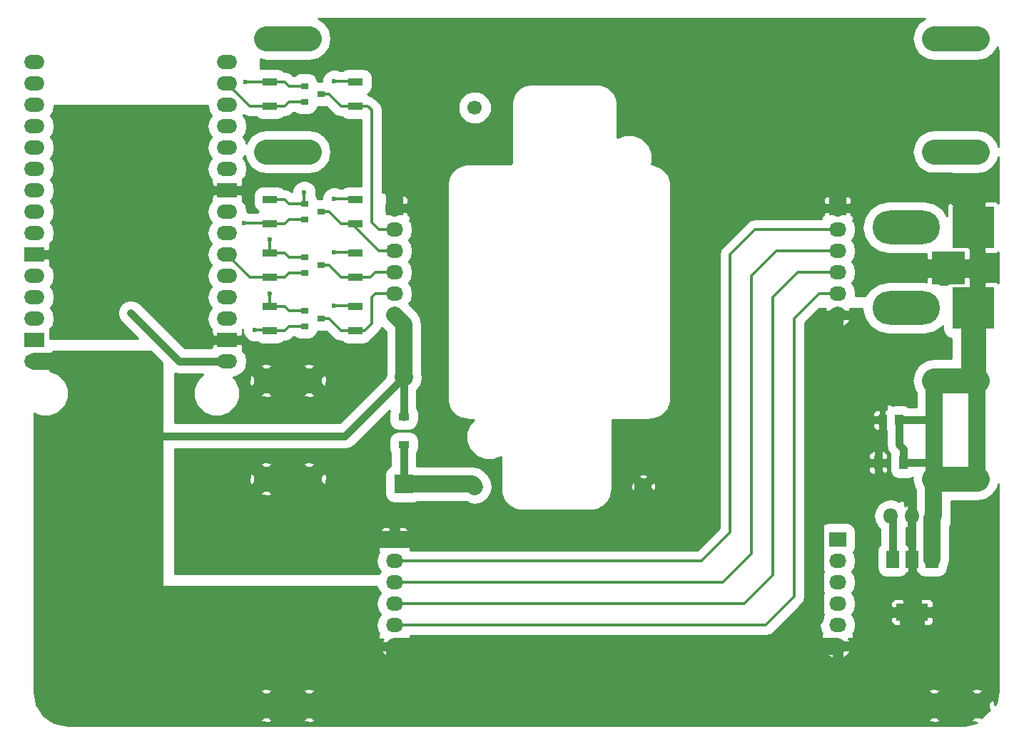
<source format=gtl>
G04 #@! TF.FileFunction,Copper,L1,Top,Signal*
%FSLAX46Y46*%
G04 Gerber Fmt 4.6, Leading zero omitted, Abs format (unit mm)*
G04 Created by KiCad (PCBNEW 4.0.4-stable) date 12/10/17 00:47:25*
%MOMM*%
%LPD*%
G01*
G04 APERTURE LIST*
%ADD10C,0.250000*%
%ADD11C,1.700000*%
%ADD12R,1.000000X1.600000*%
%ADD13R,1.000000X1.250000*%
%ADD14R,2.200000X2.200000*%
%ADD15O,2.200000X2.200000*%
%ADD16O,8.000000X4.000000*%
%ADD17R,5.000000X5.000000*%
%ADD18R,4.000000X4.000000*%
%ADD19O,2.032000X1.727200*%
%ADD20R,2.032000X1.727200*%
%ADD21C,2.800000*%
%ADD22R,0.900000X0.800000*%
%ADD23R,1.700000X0.900000*%
%ADD24R,1.800000X1.800000*%
%ADD25O,1.800000X1.800000*%
%ADD26O,2.400000X1.700000*%
%ADD27R,2.400000X1.700000*%
%ADD28R,1.200000X0.900000*%
%ADD29R,3.800000X2.000000*%
%ADD30R,1.500000X2.000000*%
%ADD31C,0.600000*%
%ADD32C,0.900000*%
%ADD33C,3.000000*%
%ADD34C,2.000000*%
%ADD35C,0.300000*%
%ADD36C,0.254000*%
G04 APERTURE END LIST*
D10*
D11*
X127160000Y-121560000D03*
X147160000Y-121560000D03*
X147160000Y-76560000D03*
X127160000Y-76560000D03*
D12*
X175030000Y-118745000D03*
X178030000Y-118745000D03*
D13*
X175530000Y-113665000D03*
X177530000Y-113665000D03*
D14*
X118745000Y-121285000D03*
D15*
X118745000Y-108585000D03*
D16*
X178340000Y-100330000D03*
D17*
X186340000Y-100330000D03*
D18*
X183340000Y-95630000D03*
D19*
X117625000Y-101175000D03*
X117625000Y-98635000D03*
X117625000Y-96095000D03*
X117625000Y-93555000D03*
X117625000Y-91015000D03*
D20*
X117625000Y-88475000D03*
D21*
X102455980Y-68336160D03*
X107535980Y-68336160D03*
X102453440Y-81798160D03*
X107533440Y-81798160D03*
X102453440Y-108976160D03*
X107533440Y-108976160D03*
X102453440Y-120660160D03*
X107533440Y-120660160D03*
X102453440Y-147584160D03*
X107533440Y-147584160D03*
X181701440Y-68336160D03*
X186781440Y-68336160D03*
X181701440Y-81798160D03*
X186781440Y-81798160D03*
X181701440Y-108976160D03*
X186781440Y-108976160D03*
X181701440Y-120660160D03*
X186781440Y-120660160D03*
X181701440Y-147584160D03*
X186781440Y-147584160D03*
D19*
X117625000Y-140550000D03*
X117625000Y-138010000D03*
X117625000Y-135470000D03*
X117625000Y-132930000D03*
X117625000Y-130390000D03*
D20*
X117625000Y-127850000D03*
D19*
X170200000Y-101175000D03*
X170200000Y-98635000D03*
X170200000Y-96095000D03*
X170200000Y-93555000D03*
X170200000Y-91015000D03*
D20*
X170200000Y-88475000D03*
D19*
X170200000Y-140525000D03*
X170200000Y-137985000D03*
X170200000Y-135445000D03*
X170200000Y-132905000D03*
X170200000Y-130365000D03*
D20*
X170200000Y-127825000D03*
D22*
X106950000Y-100650000D03*
X106950000Y-102550000D03*
X108950000Y-101600000D03*
X106950000Y-94300000D03*
X106950000Y-96200000D03*
X108950000Y-95250000D03*
X106950000Y-87950000D03*
X106950000Y-89850000D03*
X108950000Y-88900000D03*
X106950000Y-73980000D03*
X106950000Y-75880000D03*
X108950000Y-74930000D03*
D23*
X102870000Y-100150000D03*
X102870000Y-103050000D03*
X102870000Y-93800000D03*
X102870000Y-96700000D03*
X102870000Y-87450000D03*
X102870000Y-90350000D03*
X102870000Y-73480000D03*
X102870000Y-76380000D03*
X113030000Y-100150000D03*
X113030000Y-103050000D03*
X113030000Y-93800000D03*
X113030000Y-96700000D03*
X113030000Y-87450000D03*
X113030000Y-90350000D03*
X113030000Y-73480000D03*
X113030000Y-76380000D03*
D24*
X181610000Y-125095000D03*
D25*
X179070000Y-125095000D03*
X176530000Y-125095000D03*
D26*
X74930000Y-71120000D03*
D27*
X97790000Y-104140000D03*
D26*
X74930000Y-73660000D03*
X97790000Y-101600000D03*
X74930000Y-76200000D03*
X97790000Y-99060000D03*
X74930000Y-78740000D03*
X97790000Y-96520000D03*
X74930000Y-81280000D03*
X97790000Y-93980000D03*
X74930000Y-83820000D03*
X97790000Y-91440000D03*
X74930000Y-86360000D03*
X97790000Y-88900000D03*
X74930000Y-88900000D03*
D27*
X97790000Y-86360000D03*
D26*
X74930000Y-91440000D03*
X97790000Y-83820000D03*
D27*
X74930000Y-93980000D03*
D26*
X97790000Y-81280000D03*
X74930000Y-96520000D03*
X97790000Y-78740000D03*
X74930000Y-99060000D03*
X97790000Y-76200000D03*
X74930000Y-101600000D03*
X97790000Y-73660000D03*
D27*
X74930000Y-104140000D03*
D26*
X97790000Y-71120000D03*
X74930000Y-106680000D03*
X97790000Y-106680000D03*
D28*
X118745000Y-116585000D03*
X118745000Y-113285000D03*
D29*
X179070000Y-136500000D03*
D30*
X179070000Y-130200000D03*
X176770000Y-130200000D03*
X181370000Y-130200000D03*
D16*
X178340000Y-90805000D03*
D17*
X186340000Y-90805000D03*
D31*
X110490000Y-73406000D03*
X110490000Y-100076000D03*
X110490000Y-93726000D03*
X110490000Y-87376000D03*
X86360000Y-100965000D03*
X106934000Y-86614000D03*
X102870000Y-98679000D03*
X102870000Y-92202000D03*
X99949000Y-73533000D03*
X101092000Y-102997000D03*
X99822000Y-90297000D03*
D32*
X175530000Y-113665000D02*
X167640000Y-113665000D01*
X83820000Y-115570000D02*
X111760000Y-115570000D01*
X111760000Y-115570000D02*
X118745000Y-108585000D01*
D33*
X179070000Y-147584160D02*
X179070000Y-136500000D01*
D32*
X118745000Y-113285000D02*
X118745000Y-108585000D01*
D34*
X117625000Y-101175000D02*
X118745000Y-102295000D01*
X118745000Y-102295000D02*
X118745000Y-108585000D01*
X74930000Y-106680000D02*
X81280000Y-106680000D01*
X89164160Y-147584160D02*
X102453440Y-147584160D01*
X83820000Y-142240000D02*
X89164160Y-147584160D01*
X83820000Y-109220000D02*
X83820000Y-115570000D01*
X83820000Y-115570000D02*
X83820000Y-142240000D01*
X81280000Y-106680000D02*
X83820000Y-109220000D01*
X117625000Y-140550000D02*
X117625000Y-147584160D01*
X116840000Y-147320000D02*
X116840000Y-147584160D01*
X117360840Y-147320000D02*
X116840000Y-147320000D01*
X117625000Y-147584160D02*
X117360840Y-147320000D01*
D33*
X181701440Y-147584160D02*
X179070000Y-147584160D01*
X179070000Y-147584160D02*
X116840000Y-147584160D01*
X116840000Y-147584160D02*
X107533440Y-147584160D01*
D32*
X179070000Y-130200000D02*
X179070000Y-125095000D01*
X179070000Y-130200000D02*
X179070000Y-136500000D01*
X170200000Y-140525000D02*
X171895000Y-140525000D01*
X175920000Y-136500000D02*
X179070000Y-136500000D01*
X171895000Y-140525000D02*
X175920000Y-136500000D01*
X175530000Y-113665000D02*
X175530000Y-116570000D01*
X175030000Y-117070000D02*
X175030000Y-118745000D01*
X175530000Y-116570000D02*
X175030000Y-117070000D01*
X175030000Y-118745000D02*
X175030000Y-119785000D01*
X175030000Y-119785000D02*
X179070000Y-123825000D01*
X179070000Y-123825000D02*
X179070000Y-125095000D01*
D35*
X113030000Y-73480000D02*
X112956000Y-73406000D01*
X112956000Y-73406000D02*
X110490000Y-73406000D01*
X113030000Y-100150000D02*
X112956000Y-100076000D01*
X112956000Y-100076000D02*
X110490000Y-100076000D01*
X113030000Y-93800000D02*
X112956000Y-93726000D01*
X112956000Y-93726000D02*
X110490000Y-93726000D01*
X113030000Y-87450000D02*
X112956000Y-87376000D01*
X112956000Y-87376000D02*
X110490000Y-87376000D01*
X113030000Y-73480000D02*
X112850000Y-73660000D01*
D34*
X160020000Y-140550000D02*
X170175000Y-140550000D01*
D35*
X170175000Y-140550000D02*
X170200000Y-140525000D01*
D34*
X117625000Y-140550000D02*
X160020000Y-140550000D01*
D35*
X160020000Y-140550000D02*
X164250000Y-140550000D01*
D34*
X167640000Y-137160000D02*
X167640000Y-113665000D01*
X164250000Y-140550000D02*
X167640000Y-137160000D01*
X167640000Y-113665000D02*
X167640000Y-103735000D01*
X167640000Y-103735000D02*
X170200000Y-101175000D01*
D33*
X102453440Y-147584160D02*
X107533440Y-147584160D01*
X181701440Y-147584160D02*
X186781440Y-147584160D01*
X186340000Y-100330000D02*
X186340000Y-108534720D01*
X186340000Y-108534720D02*
X186781440Y-108976160D01*
D34*
X170200000Y-88475000D02*
X170200000Y-85725000D01*
X170200000Y-85725000D02*
X170180000Y-85725000D01*
D33*
X186340000Y-90805000D02*
X186340000Y-88550000D01*
X186340000Y-88550000D02*
X183515000Y-85725000D01*
X183515000Y-85725000D02*
X170180000Y-85725000D01*
X164105000Y-85725000D02*
X154940000Y-76560000D01*
X170180000Y-85725000D02*
X164105000Y-85725000D01*
D34*
X123444000Y-71374000D02*
X117625000Y-77193000D01*
X117625000Y-77193000D02*
X117625000Y-88475000D01*
X147160000Y-76560000D02*
X147160000Y-73246000D01*
X145288000Y-71374000D02*
X123444000Y-71374000D01*
X147160000Y-73246000D02*
X145288000Y-71374000D01*
X154940000Y-82550000D02*
X154940000Y-76560000D01*
X154940000Y-76560000D02*
X154940000Y-76835000D01*
X154940000Y-76835000D02*
X154940000Y-76560000D01*
D33*
X154940000Y-76560000D02*
X147160000Y-76560000D01*
D32*
X178030000Y-118745000D02*
X181701440Y-118745000D01*
X181701440Y-118745000D02*
X181610000Y-118745000D01*
X181610000Y-118745000D02*
X181701440Y-118745000D01*
X177530000Y-113665000D02*
X181701440Y-113665000D01*
X181701440Y-113665000D02*
X181610000Y-113665000D01*
X181610000Y-113665000D02*
X181701440Y-113665000D01*
D34*
X186781440Y-108976160D02*
X186781440Y-120660160D01*
X181701440Y-108976160D02*
X181701440Y-113665000D01*
X181701440Y-113665000D02*
X181701440Y-118745000D01*
X181701440Y-118745000D02*
X181701440Y-120660160D01*
X117625000Y-127850000D02*
X111340000Y-127850000D01*
X107533440Y-124043440D02*
X107533440Y-120660160D01*
X111340000Y-127850000D02*
X107533440Y-124043440D01*
X154940000Y-92710000D02*
X154940000Y-88265000D01*
X154940000Y-88265000D02*
X154940000Y-82550000D01*
X147160000Y-121560000D02*
X147160000Y-127850000D01*
X147320000Y-127635000D02*
X147320000Y-127850000D01*
X147320000Y-127690000D02*
X147320000Y-127635000D01*
X147160000Y-127850000D02*
X147320000Y-127690000D01*
X181370000Y-130200000D02*
X181370000Y-125335000D01*
D32*
X181370000Y-125335000D02*
X181610000Y-125095000D01*
X177530000Y-113665000D02*
X177530000Y-116570000D01*
X178030000Y-117070000D02*
X178030000Y-118745000D01*
X177530000Y-116570000D02*
X178030000Y-117070000D01*
D34*
X181610000Y-125095000D02*
X181610000Y-120751600D01*
D32*
X181610000Y-120751600D02*
X181701440Y-120660160D01*
D34*
X117625000Y-127850000D02*
X147320000Y-127850000D01*
X147320000Y-127850000D02*
X151550000Y-127850000D01*
X154940000Y-124460000D02*
X154940000Y-92710000D01*
X151550000Y-127850000D02*
X154940000Y-124460000D01*
D35*
X169775000Y-88900000D02*
X170200000Y-88475000D01*
D33*
X102453440Y-108976160D02*
X107533440Y-108976160D01*
X102453440Y-120660160D02*
X107533440Y-120660160D01*
X181701440Y-120660160D02*
X186781440Y-120660160D01*
X181701440Y-108976160D02*
X186781440Y-108976160D01*
D32*
X118745000Y-116585000D02*
X118745000Y-121285000D01*
D34*
X118745000Y-121285000D02*
X126885000Y-121285000D01*
X126885000Y-121285000D02*
X127160000Y-121560000D01*
D32*
X176770000Y-130200000D02*
X176770000Y-125335000D01*
X176770000Y-125335000D02*
X176530000Y-125095000D01*
D33*
X181701440Y-68336160D02*
X186781440Y-68336160D01*
X181701440Y-81798160D02*
X186781440Y-81798160D01*
X102453440Y-81798160D02*
X107533440Y-81798160D01*
X102455980Y-68336160D02*
X107535980Y-68336160D01*
D35*
X113030000Y-103050000D02*
X114120000Y-103050000D01*
X115360000Y-98635000D02*
X117625000Y-98635000D01*
X114935000Y-99060000D02*
X115360000Y-98635000D01*
X114935000Y-102235000D02*
X114935000Y-99060000D01*
X114120000Y-103050000D02*
X114935000Y-102235000D01*
X108950000Y-101600000D02*
X109855000Y-101600000D01*
X111305000Y-103050000D02*
X113030000Y-103050000D01*
X109855000Y-101600000D02*
X111305000Y-103050000D01*
X113030000Y-96700000D02*
X114755000Y-96700000D01*
X115360000Y-96095000D02*
X117625000Y-96095000D01*
X114755000Y-96700000D02*
X115360000Y-96095000D01*
X108950000Y-95250000D02*
X109855000Y-95250000D01*
X111305000Y-96700000D02*
X113030000Y-96700000D01*
X109855000Y-95250000D02*
X111305000Y-96700000D01*
X117625000Y-93555000D02*
X115780000Y-93555000D01*
X113030000Y-90805000D02*
X113030000Y-90350000D01*
X115780000Y-93555000D02*
X113030000Y-90805000D01*
X108950000Y-88900000D02*
X109855000Y-88900000D01*
X109855000Y-88900000D02*
X111305000Y-90350000D01*
X111305000Y-90350000D02*
X113030000Y-90350000D01*
X117625000Y-91015000D02*
X115780000Y-91015000D01*
X114935000Y-90170000D02*
X114935000Y-88900000D01*
X115780000Y-91015000D02*
X114935000Y-90170000D01*
X114480000Y-76380000D02*
X113030000Y-76380000D01*
X114935000Y-76835000D02*
X114480000Y-76380000D01*
X114935000Y-88900000D02*
X114935000Y-76835000D01*
X108950000Y-74930000D02*
X109855000Y-74930000D01*
X109855000Y-74930000D02*
X111305000Y-76380000D01*
X111305000Y-76380000D02*
X113030000Y-76380000D01*
X117625000Y-138010000D02*
X161710000Y-138010000D01*
X168065000Y-98635000D02*
X170200000Y-98635000D01*
X165100000Y-101600000D02*
X168065000Y-98635000D01*
X165100000Y-134620000D02*
X165100000Y-101600000D01*
X161710000Y-138010000D02*
X165100000Y-134620000D01*
X117625000Y-138010000D02*
X117205000Y-138430000D01*
X169775000Y-99060000D02*
X170200000Y-98635000D01*
X117625000Y-135470000D02*
X159170000Y-135470000D01*
X165525000Y-96095000D02*
X170200000Y-96095000D01*
X162560000Y-99060000D02*
X165525000Y-96095000D01*
X162560000Y-132080000D02*
X162560000Y-99060000D01*
X159170000Y-135470000D02*
X162560000Y-132080000D01*
X117625000Y-135470000D02*
X117205000Y-135890000D01*
X169775000Y-96520000D02*
X170200000Y-96095000D01*
X117625000Y-132930000D02*
X156630000Y-132930000D01*
X160020000Y-129540000D02*
X160020000Y-127000000D01*
X156630000Y-132930000D02*
X160020000Y-129540000D01*
X162985000Y-93555000D02*
X170200000Y-93555000D01*
X160020000Y-127000000D02*
X160020000Y-96520000D01*
X160020000Y-96520000D02*
X162985000Y-93555000D01*
X117625000Y-132930000D02*
X117205000Y-133350000D01*
X169775000Y-93980000D02*
X170200000Y-93555000D01*
X117625000Y-130390000D02*
X154090000Y-130390000D01*
X160445000Y-91015000D02*
X170200000Y-91015000D01*
X157480000Y-93980000D02*
X160445000Y-91015000D01*
X157480000Y-127000000D02*
X157480000Y-93980000D01*
X154090000Y-130390000D02*
X157480000Y-127000000D01*
D32*
X97790000Y-106680000D02*
X92075000Y-106680000D01*
X92075000Y-106680000D02*
X86360000Y-100965000D01*
D35*
X106934000Y-87934000D02*
X106934000Y-86614000D01*
X106950000Y-87950000D02*
X106934000Y-87934000D01*
X102870000Y-100150000D02*
X102870000Y-98679000D01*
X102870000Y-93800000D02*
X102870000Y-92202000D01*
X102870000Y-73480000D02*
X102817000Y-73533000D01*
X102817000Y-73533000D02*
X99949000Y-73533000D01*
X102870000Y-73480000D02*
X104595000Y-73480000D01*
X104595000Y-73480000D02*
X105095000Y-73980000D01*
X105095000Y-73980000D02*
X106950000Y-73980000D01*
X102870000Y-100150000D02*
X104595000Y-100150000D01*
X105095000Y-100650000D02*
X106950000Y-100650000D01*
X104595000Y-100150000D02*
X105095000Y-100650000D01*
X102870000Y-93800000D02*
X104595000Y-93800000D01*
X105095000Y-94300000D02*
X106950000Y-94300000D01*
X104595000Y-93800000D02*
X105095000Y-94300000D01*
X102870000Y-87450000D02*
X104595000Y-87450000D01*
X105095000Y-87950000D02*
X106950000Y-87950000D01*
X104595000Y-87450000D02*
X105095000Y-87950000D01*
D10*
X102870000Y-103050000D02*
X102817000Y-102997000D01*
D35*
X102817000Y-102997000D02*
X101092000Y-102997000D01*
X102870000Y-103050000D02*
X104595000Y-103050000D01*
X105095000Y-102550000D02*
X106950000Y-102550000D01*
X104595000Y-103050000D02*
X105095000Y-102550000D01*
X102870000Y-96700000D02*
X100510000Y-96700000D01*
X100510000Y-96700000D02*
X97790000Y-93980000D01*
X102870000Y-96700000D02*
X104595000Y-96700000D01*
X105095000Y-96200000D02*
X106950000Y-96200000D01*
X104595000Y-96700000D02*
X105095000Y-96200000D01*
D10*
X102870000Y-90350000D02*
X102817000Y-90297000D01*
D35*
X102817000Y-90297000D02*
X99822000Y-90297000D01*
X102870000Y-90350000D02*
X104595000Y-90350000D01*
X105095000Y-89850000D02*
X106950000Y-89850000D01*
X104595000Y-90350000D02*
X105095000Y-89850000D01*
X102870000Y-76380000D02*
X100510000Y-76380000D01*
X100510000Y-76380000D02*
X97790000Y-73660000D01*
X102870000Y-76380000D02*
X104595000Y-76380000D01*
X105095000Y-75880000D02*
X106950000Y-75880000D01*
X104595000Y-76380000D02*
X105095000Y-75880000D01*
D36*
G36*
X179843870Y-66478590D02*
X179274408Y-67330851D01*
X179074440Y-68336160D01*
X179274408Y-69341469D01*
X179843870Y-70193730D01*
X180696131Y-70763192D01*
X181701440Y-70963160D01*
X186781440Y-70963160D01*
X187786749Y-70763192D01*
X188639010Y-70193730D01*
X189181367Y-69382034D01*
X189298000Y-69968388D01*
X189298000Y-81242940D01*
X189208472Y-80792851D01*
X188639010Y-79940590D01*
X187786749Y-79371128D01*
X186781440Y-79171160D01*
X181701440Y-79171160D01*
X180696131Y-79371128D01*
X179843870Y-79940590D01*
X179274408Y-80792851D01*
X179074440Y-81798160D01*
X179274408Y-82803469D01*
X179843870Y-83655730D01*
X180696131Y-84225192D01*
X181701440Y-84425160D01*
X186781440Y-84425160D01*
X187786749Y-84225192D01*
X188639010Y-83655730D01*
X189208472Y-82803469D01*
X189298000Y-82353380D01*
X189298000Y-87876288D01*
X189195167Y-87773455D01*
X188964718Y-87678000D01*
X187746750Y-87678000D01*
X187590000Y-87834750D01*
X187590000Y-89555000D01*
X188233000Y-89555000D01*
X188233000Y-92055000D01*
X187590000Y-92055000D01*
X187590000Y-93775250D01*
X187746750Y-93932000D01*
X188964718Y-93932000D01*
X189195167Y-93836545D01*
X189298000Y-93733712D01*
X189298000Y-97401288D01*
X189195167Y-97298455D01*
X188964718Y-97203000D01*
X187746750Y-97203000D01*
X187590000Y-97359750D01*
X187590000Y-98933000D01*
X185090000Y-98933000D01*
X185090000Y-98257000D01*
X185464718Y-98257000D01*
X185695167Y-98161545D01*
X185871545Y-97985167D01*
X185967000Y-97754718D01*
X185967000Y-96786750D01*
X185810250Y-96630000D01*
X184340000Y-96630000D01*
X184340000Y-97203000D01*
X183715282Y-97203000D01*
X183484833Y-97298455D01*
X183308455Y-97474833D01*
X183288504Y-97523000D01*
X182340000Y-97523000D01*
X182340000Y-96630000D01*
X180869750Y-96630000D01*
X180713000Y-96786750D01*
X180713000Y-97257215D01*
X180440444Y-97203000D01*
X176239556Y-97203000D01*
X175042905Y-97441029D01*
X174028433Y-98118877D01*
X173484454Y-98933000D01*
X172325708Y-98933000D01*
X172384984Y-98635000D01*
X172233459Y-97873230D01*
X171893870Y-97365000D01*
X172233459Y-96856770D01*
X172384984Y-96095000D01*
X172233459Y-95333230D01*
X171893870Y-94825000D01*
X172233459Y-94316770D01*
X172384984Y-93555000D01*
X172233459Y-92793230D01*
X171893870Y-92285000D01*
X172233459Y-91776770D01*
X172384984Y-91015000D01*
X172343213Y-90805000D01*
X173112556Y-90805000D01*
X173350585Y-92001651D01*
X174028433Y-93016123D01*
X175042905Y-93693971D01*
X176239556Y-93932000D01*
X180440444Y-93932000D01*
X180713000Y-93877785D01*
X180713000Y-94473250D01*
X180869750Y-94630000D01*
X182340000Y-94630000D01*
X182340000Y-93737000D01*
X183385288Y-93737000D01*
X183484833Y-93836545D01*
X183715282Y-93932000D01*
X184340000Y-93932000D01*
X184340000Y-94630000D01*
X185810250Y-94630000D01*
X185967000Y-94473250D01*
X185967000Y-93505282D01*
X185871545Y-93274833D01*
X185695167Y-93098455D01*
X185464718Y-93003000D01*
X185090000Y-93003000D01*
X185090000Y-92055000D01*
X184447000Y-92055000D01*
X184447000Y-89555000D01*
X185090000Y-89555000D01*
X185090000Y-87834750D01*
X184933250Y-87678000D01*
X183715282Y-87678000D01*
X183484833Y-87773455D01*
X183308455Y-87949833D01*
X183213000Y-88180282D01*
X183213000Y-89434122D01*
X182651567Y-88593877D01*
X181637095Y-87916029D01*
X180440444Y-87678000D01*
X176239556Y-87678000D01*
X175042905Y-87916029D01*
X174028433Y-88593877D01*
X173350585Y-89608349D01*
X173112556Y-90805000D01*
X172343213Y-90805000D01*
X172233459Y-90253230D01*
X172041271Y-89965600D01*
X172073002Y-89965600D01*
X172073002Y-89338600D01*
X171843000Y-89338600D01*
X171843000Y-89063550D01*
X171686250Y-88906800D01*
X170708000Y-88906800D01*
X170708000Y-89086782D01*
X170394384Y-89024400D01*
X170005616Y-89024400D01*
X169692000Y-89086782D01*
X169692000Y-88906800D01*
X168713750Y-88906800D01*
X168557000Y-89063550D01*
X168557000Y-89338600D01*
X168326998Y-89338600D01*
X168326998Y-89738000D01*
X160445000Y-89738000D01*
X160043412Y-89817881D01*
X159956313Y-89835206D01*
X159542024Y-90112025D01*
X156577025Y-93077025D01*
X156300206Y-93491313D01*
X156203000Y-93980000D01*
X156203000Y-126471050D01*
X153561050Y-129113000D01*
X119498002Y-129113000D01*
X119498002Y-128713600D01*
X119268000Y-128713600D01*
X119268000Y-128438550D01*
X119111250Y-128281800D01*
X118133000Y-128281800D01*
X118133000Y-128461782D01*
X117819384Y-128399400D01*
X117430616Y-128399400D01*
X117117000Y-128461782D01*
X117117000Y-128281800D01*
X116138750Y-128281800D01*
X115982000Y-128438550D01*
X115982000Y-128713600D01*
X115751998Y-128713600D01*
X115751998Y-129340600D01*
X115783729Y-129340600D01*
X115591541Y-129628230D01*
X115440016Y-130390000D01*
X115591541Y-131151770D01*
X115931130Y-131660000D01*
X115735353Y-131953000D01*
X91567000Y-131953000D01*
X91567000Y-126861682D01*
X115982000Y-126861682D01*
X115982000Y-127261450D01*
X116138750Y-127418200D01*
X117117000Y-127418200D01*
X117117000Y-126516150D01*
X118133000Y-126516150D01*
X118133000Y-127418200D01*
X119111250Y-127418200D01*
X119268000Y-127261450D01*
X119268000Y-126861682D01*
X119172545Y-126631233D01*
X118996167Y-126454855D01*
X118765718Y-126359400D01*
X118289750Y-126359400D01*
X118133000Y-126516150D01*
X117117000Y-126516150D01*
X116960250Y-126359400D01*
X116484282Y-126359400D01*
X116253833Y-126454855D01*
X116077455Y-126631233D01*
X115982000Y-126861682D01*
X91567000Y-126861682D01*
X91567000Y-122411707D01*
X101691842Y-122411707D01*
X101876771Y-122644787D01*
X102680151Y-122714399D01*
X103030109Y-122644787D01*
X103215038Y-122411707D01*
X106771842Y-122411707D01*
X106956771Y-122644787D01*
X107760151Y-122714399D01*
X108110109Y-122644787D01*
X108295038Y-122411707D01*
X107533440Y-121650109D01*
X106771842Y-122411707D01*
X103215038Y-122411707D01*
X102453440Y-121650109D01*
X101691842Y-122411707D01*
X91567000Y-122411707D01*
X91567000Y-120886871D01*
X100399201Y-120886871D01*
X100468813Y-121236829D01*
X100701893Y-121421758D01*
X101463491Y-120660160D01*
X103443389Y-120660160D01*
X104204987Y-121421758D01*
X104438067Y-121236829D01*
X104468390Y-120886871D01*
X105479201Y-120886871D01*
X105548813Y-121236829D01*
X105781893Y-121421758D01*
X106543491Y-120660160D01*
X108523389Y-120660160D01*
X109284987Y-121421758D01*
X109518067Y-121236829D01*
X109587679Y-120433449D01*
X109538259Y-120185000D01*
X116495921Y-120185000D01*
X116495921Y-122385000D01*
X116574506Y-122802641D01*
X116821331Y-123186219D01*
X117197944Y-123443548D01*
X117645000Y-123534079D01*
X119845000Y-123534079D01*
X120262641Y-123455494D01*
X120330233Y-123412000D01*
X126176779Y-123412000D01*
X126346033Y-123525092D01*
X127160000Y-123687000D01*
X127973968Y-123525092D01*
X128664016Y-123064016D01*
X129125092Y-122373968D01*
X129287000Y-121560000D01*
X129125092Y-120746033D01*
X128664016Y-120055984D01*
X128389016Y-119780984D01*
X127698968Y-119319908D01*
X126885000Y-119158000D01*
X120338228Y-119158000D01*
X120322000Y-119146912D01*
X120322000Y-117601405D01*
X120403548Y-117482056D01*
X120494079Y-117035000D01*
X120494079Y-116135000D01*
X120415494Y-115717359D01*
X120168669Y-115333781D01*
X119792056Y-115076452D01*
X119345000Y-114985921D01*
X118145000Y-114985921D01*
X117727359Y-115064506D01*
X117343781Y-115311331D01*
X117086452Y-115687944D01*
X116995921Y-116135000D01*
X116995921Y-117035000D01*
X117074506Y-117452641D01*
X117168000Y-117597935D01*
X117168000Y-119152702D01*
X116843781Y-119361331D01*
X116586452Y-119737944D01*
X116495921Y-120185000D01*
X109538259Y-120185000D01*
X109518067Y-120083491D01*
X109284987Y-119898562D01*
X108523389Y-120660160D01*
X106543491Y-120660160D01*
X105781893Y-119898562D01*
X105548813Y-120083491D01*
X105479201Y-120886871D01*
X104468390Y-120886871D01*
X104507679Y-120433449D01*
X104438067Y-120083491D01*
X104204987Y-119898562D01*
X103443389Y-120660160D01*
X101463491Y-120660160D01*
X100701893Y-119898562D01*
X100468813Y-120083491D01*
X100399201Y-120886871D01*
X91567000Y-120886871D01*
X91567000Y-118908613D01*
X101691842Y-118908613D01*
X102453440Y-119670211D01*
X103215038Y-118908613D01*
X106771842Y-118908613D01*
X107533440Y-119670211D01*
X108295038Y-118908613D01*
X108110109Y-118675533D01*
X107306729Y-118605921D01*
X106956771Y-118675533D01*
X106771842Y-118908613D01*
X103215038Y-118908613D01*
X103030109Y-118675533D01*
X102226729Y-118605921D01*
X101876771Y-118675533D01*
X101691842Y-118908613D01*
X91567000Y-118908613D01*
X91567000Y-117147000D01*
X111760000Y-117147000D01*
X112363492Y-117026958D01*
X112875107Y-116685107D01*
X117064660Y-112495554D01*
X116995921Y-112835000D01*
X116995921Y-113735000D01*
X117074506Y-114152641D01*
X117321331Y-114536219D01*
X117697944Y-114793548D01*
X118145000Y-114884079D01*
X119345000Y-114884079D01*
X119762641Y-114805494D01*
X120146219Y-114558669D01*
X120403548Y-114182056D01*
X120494079Y-113735000D01*
X120494079Y-112835000D01*
X120415494Y-112417359D01*
X120322000Y-112272065D01*
X120322000Y-110199955D01*
X120802480Y-109480866D01*
X120972000Y-108628630D01*
X120972000Y-108541370D01*
X120872000Y-108038635D01*
X120872000Y-102295000D01*
X120710092Y-101481032D01*
X120249016Y-100790984D01*
X119336559Y-99878527D01*
X119658459Y-99396770D01*
X119809984Y-98635000D01*
X119658459Y-97873230D01*
X119318870Y-97365000D01*
X119658459Y-96856770D01*
X119809984Y-96095000D01*
X119658459Y-95333230D01*
X119318870Y-94825000D01*
X119658459Y-94316770D01*
X119809984Y-93555000D01*
X119658459Y-92793230D01*
X119318870Y-92285000D01*
X119658459Y-91776770D01*
X119809984Y-91015000D01*
X119658459Y-90253230D01*
X119466271Y-89965600D01*
X119498002Y-89965600D01*
X119498002Y-89338600D01*
X119268000Y-89338600D01*
X119268000Y-89063550D01*
X119111250Y-88906800D01*
X118133000Y-88906800D01*
X118133000Y-89086782D01*
X117819384Y-89024400D01*
X117430616Y-89024400D01*
X117117000Y-89086782D01*
X117117000Y-88906800D01*
X116609000Y-88906800D01*
X116609000Y-88043200D01*
X117117000Y-88043200D01*
X117117000Y-87141150D01*
X118133000Y-87141150D01*
X118133000Y-88043200D01*
X119111250Y-88043200D01*
X119268000Y-87886450D01*
X119268000Y-87486682D01*
X119172545Y-87256233D01*
X118996167Y-87079855D01*
X118765718Y-86984400D01*
X118289750Y-86984400D01*
X118133000Y-87141150D01*
X117117000Y-87141150D01*
X116960250Y-86984400D01*
X116609000Y-86984400D01*
X116609000Y-86601998D01*
X116212000Y-86601998D01*
X116212000Y-85725000D01*
X123893000Y-85725000D01*
X123893000Y-111125000D01*
X123916096Y-111241111D01*
X123916096Y-111359499D01*
X124012769Y-111845506D01*
X124192246Y-112278802D01*
X124467547Y-112690820D01*
X124467548Y-112690821D01*
X124467549Y-112690823D01*
X124799177Y-113022451D01*
X124799179Y-113022452D01*
X124799180Y-113022453D01*
X125211197Y-113297754D01*
X125343367Y-113352500D01*
X125644493Y-113477231D01*
X126130501Y-113573904D01*
X126248889Y-113573904D01*
X126365000Y-113597000D01*
X127036656Y-113597000D01*
X126529510Y-114103262D01*
X126113474Y-115105186D01*
X126112528Y-116190054D01*
X126526814Y-117192703D01*
X127293262Y-117960490D01*
X128295186Y-118376526D01*
X129380054Y-118377472D01*
X130243000Y-118020910D01*
X130243000Y-121920000D01*
X130266096Y-122036111D01*
X130266096Y-122154499D01*
X130362769Y-122640506D01*
X130542246Y-123073802D01*
X130817547Y-123485820D01*
X130817548Y-123485821D01*
X130817549Y-123485823D01*
X131149177Y-123817451D01*
X131149179Y-123817452D01*
X131149180Y-123817453D01*
X131561197Y-124092754D01*
X131740674Y-124167095D01*
X131994493Y-124272231D01*
X132480501Y-124368904D01*
X132598889Y-124368904D01*
X132715000Y-124392000D01*
X140970000Y-124392000D01*
X141086111Y-124368904D01*
X141204499Y-124368904D01*
X141690506Y-124272231D01*
X142123802Y-124092754D01*
X142535820Y-123817453D01*
X142535821Y-123817452D01*
X142535823Y-123817451D01*
X142867451Y-123485823D01*
X142867452Y-123485821D01*
X142867453Y-123485820D01*
X143142754Y-123073803D01*
X143230485Y-122862000D01*
X143270262Y-122765970D01*
X146555071Y-122765970D01*
X146654647Y-122978612D01*
X147235994Y-123064018D01*
X147665353Y-122978612D01*
X147764929Y-122765970D01*
X147160000Y-122161041D01*
X146555071Y-122765970D01*
X143270262Y-122765970D01*
X143322231Y-122640507D01*
X143418904Y-122154499D01*
X143418904Y-122036111D01*
X143442000Y-121920000D01*
X143442000Y-121635994D01*
X145655982Y-121635994D01*
X145741388Y-122065353D01*
X145954030Y-122164929D01*
X146558959Y-121560000D01*
X147761041Y-121560000D01*
X148365970Y-122164929D01*
X148578612Y-122065353D01*
X148664018Y-121484006D01*
X148578612Y-121054647D01*
X148365970Y-120955071D01*
X147761041Y-121560000D01*
X146558959Y-121560000D01*
X145954030Y-120955071D01*
X145741388Y-121054647D01*
X145655982Y-121635994D01*
X143442000Y-121635994D01*
X143442000Y-120354030D01*
X146555071Y-120354030D01*
X147160000Y-120958959D01*
X147764929Y-120354030D01*
X147665353Y-120141388D01*
X147084006Y-120055982D01*
X146654647Y-120141388D01*
X146555071Y-120354030D01*
X143442000Y-120354030D01*
X143442000Y-113783388D01*
X143468933Y-113647988D01*
X143478568Y-113633567D01*
X143492987Y-113623933D01*
X143628387Y-113597000D01*
X147955000Y-113597000D01*
X148071111Y-113573904D01*
X148189499Y-113573904D01*
X148675506Y-113477231D01*
X149108802Y-113297754D01*
X149520820Y-113022453D01*
X149520821Y-113022452D01*
X149520823Y-113022451D01*
X149852451Y-112690823D01*
X149852452Y-112690821D01*
X149852453Y-112690820D01*
X150127754Y-112278803D01*
X150206787Y-112088000D01*
X150307231Y-111845507D01*
X150403904Y-111359499D01*
X150403904Y-111241111D01*
X150427000Y-111125000D01*
X150427000Y-87486682D01*
X168557000Y-87486682D01*
X168557000Y-87886450D01*
X168713750Y-88043200D01*
X169692000Y-88043200D01*
X169692000Y-87141150D01*
X170708000Y-87141150D01*
X170708000Y-88043200D01*
X171686250Y-88043200D01*
X171843000Y-87886450D01*
X171843000Y-87486682D01*
X171747545Y-87256233D01*
X171571167Y-87079855D01*
X171340718Y-86984400D01*
X170864750Y-86984400D01*
X170708000Y-87141150D01*
X169692000Y-87141150D01*
X169535250Y-86984400D01*
X169059282Y-86984400D01*
X168828833Y-87079855D01*
X168652455Y-87256233D01*
X168557000Y-87486682D01*
X150427000Y-87486682D01*
X150427000Y-85725000D01*
X150403904Y-85608889D01*
X150403904Y-85490501D01*
X150307231Y-85004493D01*
X150145689Y-84614497D01*
X150127754Y-84571197D01*
X149852453Y-84159180D01*
X149852451Y-84159178D01*
X149852451Y-84159177D01*
X149520823Y-83827549D01*
X149520821Y-83827548D01*
X149520820Y-83827547D01*
X149108802Y-83552246D01*
X148675506Y-83372769D01*
X148189499Y-83276096D01*
X148098032Y-83276096D01*
X148206526Y-83014814D01*
X148207472Y-81929946D01*
X147793186Y-80927297D01*
X147026738Y-80159510D01*
X146024814Y-79743474D01*
X144939946Y-79742528D01*
X144077000Y-80099090D01*
X144077000Y-77765970D01*
X146555071Y-77765970D01*
X146654647Y-77978612D01*
X147235994Y-78064018D01*
X147665353Y-77978612D01*
X147764929Y-77765970D01*
X147160000Y-77161041D01*
X146555071Y-77765970D01*
X144077000Y-77765970D01*
X144077000Y-76635994D01*
X145655982Y-76635994D01*
X145741388Y-77065353D01*
X145954030Y-77164929D01*
X146558959Y-76560000D01*
X147761041Y-76560000D01*
X148365970Y-77164929D01*
X148578612Y-77065353D01*
X148664018Y-76484006D01*
X148578612Y-76054647D01*
X148365970Y-75955071D01*
X147761041Y-76560000D01*
X146558959Y-76560000D01*
X145954030Y-75955071D01*
X145741388Y-76054647D01*
X145655982Y-76635994D01*
X144077000Y-76635994D01*
X144077000Y-76200000D01*
X144053904Y-76083889D01*
X144053904Y-75965501D01*
X143957231Y-75479493D01*
X143905263Y-75354030D01*
X146555071Y-75354030D01*
X147160000Y-75958959D01*
X147764929Y-75354030D01*
X147665353Y-75141388D01*
X147084006Y-75055982D01*
X146654647Y-75141388D01*
X146555071Y-75354030D01*
X143905263Y-75354030D01*
X143811961Y-75128781D01*
X143777754Y-75046197D01*
X143502453Y-74634180D01*
X143502451Y-74634178D01*
X143502451Y-74634177D01*
X143170823Y-74302549D01*
X143170821Y-74302548D01*
X143170820Y-74302547D01*
X142758802Y-74027246D01*
X142325506Y-73847769D01*
X141839499Y-73751096D01*
X141721111Y-73751096D01*
X141605000Y-73728000D01*
X133985000Y-73728000D01*
X133868889Y-73751096D01*
X133750501Y-73751096D01*
X133264493Y-73847769D01*
X133010674Y-73952905D01*
X132831197Y-74027246D01*
X132419180Y-74302547D01*
X132419179Y-74302548D01*
X132419177Y-74302549D01*
X132087549Y-74634177D01*
X132087549Y-74634178D01*
X132087547Y-74634180D01*
X131812246Y-75046198D01*
X131657956Y-75418687D01*
X131632769Y-75479494D01*
X131536096Y-75965501D01*
X131536096Y-76083889D01*
X131513000Y-76200000D01*
X131513000Y-83066613D01*
X131486067Y-83202013D01*
X131476433Y-83216432D01*
X131462012Y-83226067D01*
X131326612Y-83253000D01*
X126365000Y-83253000D01*
X126248889Y-83276096D01*
X126130501Y-83276096D01*
X125644493Y-83372769D01*
X125390674Y-83477905D01*
X125211197Y-83552246D01*
X124799180Y-83827547D01*
X124799179Y-83827548D01*
X124799177Y-83827549D01*
X124467549Y-84159177D01*
X124467549Y-84159178D01*
X124467547Y-84159180D01*
X124192246Y-84571198D01*
X124049845Y-84914985D01*
X124012769Y-85004494D01*
X123916096Y-85490501D01*
X123916096Y-85608889D01*
X123893000Y-85725000D01*
X116212000Y-85725000D01*
X116212000Y-76951524D01*
X125182657Y-76951524D01*
X125483003Y-77678418D01*
X126038657Y-78235042D01*
X126765025Y-78536656D01*
X127551524Y-78537343D01*
X128278418Y-78236997D01*
X128835042Y-77681343D01*
X129136656Y-76954975D01*
X129137343Y-76168476D01*
X128836997Y-75441582D01*
X128281343Y-74884958D01*
X127554975Y-74583344D01*
X126768476Y-74582657D01*
X126041582Y-74883003D01*
X125484958Y-75438657D01*
X125183344Y-76165025D01*
X125182657Y-76951524D01*
X116212000Y-76951524D01*
X116212000Y-76835000D01*
X116114794Y-76346313D01*
X115837975Y-75932025D01*
X115382975Y-75477025D01*
X115295666Y-75418687D01*
X114968687Y-75200206D01*
X114717475Y-75150237D01*
X114703669Y-75128781D01*
X114410051Y-74928160D01*
X114681219Y-74753669D01*
X114938548Y-74377056D01*
X115029079Y-73930000D01*
X115029079Y-73030000D01*
X114950494Y-72612359D01*
X114703669Y-72228781D01*
X114327056Y-71971452D01*
X113880000Y-71880921D01*
X112180000Y-71880921D01*
X111762359Y-71959506D01*
X111498957Y-72129000D01*
X111135737Y-72129000D01*
X110775093Y-71979248D01*
X110207397Y-71978752D01*
X109682725Y-72195543D01*
X109280953Y-72596614D01*
X109063248Y-73120907D01*
X109063021Y-73380921D01*
X108511619Y-73380921D01*
X108470494Y-73162359D01*
X108223669Y-72778781D01*
X107847056Y-72521452D01*
X107400000Y-72430921D01*
X106500000Y-72430921D01*
X106082359Y-72509506D01*
X105781660Y-72703000D01*
X105623950Y-72703000D01*
X105497975Y-72577025D01*
X105207598Y-72383001D01*
X105083687Y-72300206D01*
X104595000Y-72203000D01*
X104505937Y-72203000D01*
X104167056Y-71971452D01*
X103720000Y-71880921D01*
X102020000Y-71880921D01*
X101727000Y-71936053D01*
X101727000Y-70818157D01*
X102455980Y-70963160D01*
X107535980Y-70963160D01*
X108541289Y-70763192D01*
X109393550Y-70193730D01*
X109963012Y-69341469D01*
X110162980Y-68336160D01*
X109963012Y-67330851D01*
X109393550Y-66478590D01*
X108635384Y-65972000D01*
X180602036Y-65972000D01*
X179843870Y-66478590D01*
X179843870Y-66478590D01*
G37*
X179843870Y-66478590D02*
X179274408Y-67330851D01*
X179074440Y-68336160D01*
X179274408Y-69341469D01*
X179843870Y-70193730D01*
X180696131Y-70763192D01*
X181701440Y-70963160D01*
X186781440Y-70963160D01*
X187786749Y-70763192D01*
X188639010Y-70193730D01*
X189181367Y-69382034D01*
X189298000Y-69968388D01*
X189298000Y-81242940D01*
X189208472Y-80792851D01*
X188639010Y-79940590D01*
X187786749Y-79371128D01*
X186781440Y-79171160D01*
X181701440Y-79171160D01*
X180696131Y-79371128D01*
X179843870Y-79940590D01*
X179274408Y-80792851D01*
X179074440Y-81798160D01*
X179274408Y-82803469D01*
X179843870Y-83655730D01*
X180696131Y-84225192D01*
X181701440Y-84425160D01*
X186781440Y-84425160D01*
X187786749Y-84225192D01*
X188639010Y-83655730D01*
X189208472Y-82803469D01*
X189298000Y-82353380D01*
X189298000Y-87876288D01*
X189195167Y-87773455D01*
X188964718Y-87678000D01*
X187746750Y-87678000D01*
X187590000Y-87834750D01*
X187590000Y-89555000D01*
X188233000Y-89555000D01*
X188233000Y-92055000D01*
X187590000Y-92055000D01*
X187590000Y-93775250D01*
X187746750Y-93932000D01*
X188964718Y-93932000D01*
X189195167Y-93836545D01*
X189298000Y-93733712D01*
X189298000Y-97401288D01*
X189195167Y-97298455D01*
X188964718Y-97203000D01*
X187746750Y-97203000D01*
X187590000Y-97359750D01*
X187590000Y-98933000D01*
X185090000Y-98933000D01*
X185090000Y-98257000D01*
X185464718Y-98257000D01*
X185695167Y-98161545D01*
X185871545Y-97985167D01*
X185967000Y-97754718D01*
X185967000Y-96786750D01*
X185810250Y-96630000D01*
X184340000Y-96630000D01*
X184340000Y-97203000D01*
X183715282Y-97203000D01*
X183484833Y-97298455D01*
X183308455Y-97474833D01*
X183288504Y-97523000D01*
X182340000Y-97523000D01*
X182340000Y-96630000D01*
X180869750Y-96630000D01*
X180713000Y-96786750D01*
X180713000Y-97257215D01*
X180440444Y-97203000D01*
X176239556Y-97203000D01*
X175042905Y-97441029D01*
X174028433Y-98118877D01*
X173484454Y-98933000D01*
X172325708Y-98933000D01*
X172384984Y-98635000D01*
X172233459Y-97873230D01*
X171893870Y-97365000D01*
X172233459Y-96856770D01*
X172384984Y-96095000D01*
X172233459Y-95333230D01*
X171893870Y-94825000D01*
X172233459Y-94316770D01*
X172384984Y-93555000D01*
X172233459Y-92793230D01*
X171893870Y-92285000D01*
X172233459Y-91776770D01*
X172384984Y-91015000D01*
X172343213Y-90805000D01*
X173112556Y-90805000D01*
X173350585Y-92001651D01*
X174028433Y-93016123D01*
X175042905Y-93693971D01*
X176239556Y-93932000D01*
X180440444Y-93932000D01*
X180713000Y-93877785D01*
X180713000Y-94473250D01*
X180869750Y-94630000D01*
X182340000Y-94630000D01*
X182340000Y-93737000D01*
X183385288Y-93737000D01*
X183484833Y-93836545D01*
X183715282Y-93932000D01*
X184340000Y-93932000D01*
X184340000Y-94630000D01*
X185810250Y-94630000D01*
X185967000Y-94473250D01*
X185967000Y-93505282D01*
X185871545Y-93274833D01*
X185695167Y-93098455D01*
X185464718Y-93003000D01*
X185090000Y-93003000D01*
X185090000Y-92055000D01*
X184447000Y-92055000D01*
X184447000Y-89555000D01*
X185090000Y-89555000D01*
X185090000Y-87834750D01*
X184933250Y-87678000D01*
X183715282Y-87678000D01*
X183484833Y-87773455D01*
X183308455Y-87949833D01*
X183213000Y-88180282D01*
X183213000Y-89434122D01*
X182651567Y-88593877D01*
X181637095Y-87916029D01*
X180440444Y-87678000D01*
X176239556Y-87678000D01*
X175042905Y-87916029D01*
X174028433Y-88593877D01*
X173350585Y-89608349D01*
X173112556Y-90805000D01*
X172343213Y-90805000D01*
X172233459Y-90253230D01*
X172041271Y-89965600D01*
X172073002Y-89965600D01*
X172073002Y-89338600D01*
X171843000Y-89338600D01*
X171843000Y-89063550D01*
X171686250Y-88906800D01*
X170708000Y-88906800D01*
X170708000Y-89086782D01*
X170394384Y-89024400D01*
X170005616Y-89024400D01*
X169692000Y-89086782D01*
X169692000Y-88906800D01*
X168713750Y-88906800D01*
X168557000Y-89063550D01*
X168557000Y-89338600D01*
X168326998Y-89338600D01*
X168326998Y-89738000D01*
X160445000Y-89738000D01*
X160043412Y-89817881D01*
X159956313Y-89835206D01*
X159542024Y-90112025D01*
X156577025Y-93077025D01*
X156300206Y-93491313D01*
X156203000Y-93980000D01*
X156203000Y-126471050D01*
X153561050Y-129113000D01*
X119498002Y-129113000D01*
X119498002Y-128713600D01*
X119268000Y-128713600D01*
X119268000Y-128438550D01*
X119111250Y-128281800D01*
X118133000Y-128281800D01*
X118133000Y-128461782D01*
X117819384Y-128399400D01*
X117430616Y-128399400D01*
X117117000Y-128461782D01*
X117117000Y-128281800D01*
X116138750Y-128281800D01*
X115982000Y-128438550D01*
X115982000Y-128713600D01*
X115751998Y-128713600D01*
X115751998Y-129340600D01*
X115783729Y-129340600D01*
X115591541Y-129628230D01*
X115440016Y-130390000D01*
X115591541Y-131151770D01*
X115931130Y-131660000D01*
X115735353Y-131953000D01*
X91567000Y-131953000D01*
X91567000Y-126861682D01*
X115982000Y-126861682D01*
X115982000Y-127261450D01*
X116138750Y-127418200D01*
X117117000Y-127418200D01*
X117117000Y-126516150D01*
X118133000Y-126516150D01*
X118133000Y-127418200D01*
X119111250Y-127418200D01*
X119268000Y-127261450D01*
X119268000Y-126861682D01*
X119172545Y-126631233D01*
X118996167Y-126454855D01*
X118765718Y-126359400D01*
X118289750Y-126359400D01*
X118133000Y-126516150D01*
X117117000Y-126516150D01*
X116960250Y-126359400D01*
X116484282Y-126359400D01*
X116253833Y-126454855D01*
X116077455Y-126631233D01*
X115982000Y-126861682D01*
X91567000Y-126861682D01*
X91567000Y-122411707D01*
X101691842Y-122411707D01*
X101876771Y-122644787D01*
X102680151Y-122714399D01*
X103030109Y-122644787D01*
X103215038Y-122411707D01*
X106771842Y-122411707D01*
X106956771Y-122644787D01*
X107760151Y-122714399D01*
X108110109Y-122644787D01*
X108295038Y-122411707D01*
X107533440Y-121650109D01*
X106771842Y-122411707D01*
X103215038Y-122411707D01*
X102453440Y-121650109D01*
X101691842Y-122411707D01*
X91567000Y-122411707D01*
X91567000Y-120886871D01*
X100399201Y-120886871D01*
X100468813Y-121236829D01*
X100701893Y-121421758D01*
X101463491Y-120660160D01*
X103443389Y-120660160D01*
X104204987Y-121421758D01*
X104438067Y-121236829D01*
X104468390Y-120886871D01*
X105479201Y-120886871D01*
X105548813Y-121236829D01*
X105781893Y-121421758D01*
X106543491Y-120660160D01*
X108523389Y-120660160D01*
X109284987Y-121421758D01*
X109518067Y-121236829D01*
X109587679Y-120433449D01*
X109538259Y-120185000D01*
X116495921Y-120185000D01*
X116495921Y-122385000D01*
X116574506Y-122802641D01*
X116821331Y-123186219D01*
X117197944Y-123443548D01*
X117645000Y-123534079D01*
X119845000Y-123534079D01*
X120262641Y-123455494D01*
X120330233Y-123412000D01*
X126176779Y-123412000D01*
X126346033Y-123525092D01*
X127160000Y-123687000D01*
X127973968Y-123525092D01*
X128664016Y-123064016D01*
X129125092Y-122373968D01*
X129287000Y-121560000D01*
X129125092Y-120746033D01*
X128664016Y-120055984D01*
X128389016Y-119780984D01*
X127698968Y-119319908D01*
X126885000Y-119158000D01*
X120338228Y-119158000D01*
X120322000Y-119146912D01*
X120322000Y-117601405D01*
X120403548Y-117482056D01*
X120494079Y-117035000D01*
X120494079Y-116135000D01*
X120415494Y-115717359D01*
X120168669Y-115333781D01*
X119792056Y-115076452D01*
X119345000Y-114985921D01*
X118145000Y-114985921D01*
X117727359Y-115064506D01*
X117343781Y-115311331D01*
X117086452Y-115687944D01*
X116995921Y-116135000D01*
X116995921Y-117035000D01*
X117074506Y-117452641D01*
X117168000Y-117597935D01*
X117168000Y-119152702D01*
X116843781Y-119361331D01*
X116586452Y-119737944D01*
X116495921Y-120185000D01*
X109538259Y-120185000D01*
X109518067Y-120083491D01*
X109284987Y-119898562D01*
X108523389Y-120660160D01*
X106543491Y-120660160D01*
X105781893Y-119898562D01*
X105548813Y-120083491D01*
X105479201Y-120886871D01*
X104468390Y-120886871D01*
X104507679Y-120433449D01*
X104438067Y-120083491D01*
X104204987Y-119898562D01*
X103443389Y-120660160D01*
X101463491Y-120660160D01*
X100701893Y-119898562D01*
X100468813Y-120083491D01*
X100399201Y-120886871D01*
X91567000Y-120886871D01*
X91567000Y-118908613D01*
X101691842Y-118908613D01*
X102453440Y-119670211D01*
X103215038Y-118908613D01*
X106771842Y-118908613D01*
X107533440Y-119670211D01*
X108295038Y-118908613D01*
X108110109Y-118675533D01*
X107306729Y-118605921D01*
X106956771Y-118675533D01*
X106771842Y-118908613D01*
X103215038Y-118908613D01*
X103030109Y-118675533D01*
X102226729Y-118605921D01*
X101876771Y-118675533D01*
X101691842Y-118908613D01*
X91567000Y-118908613D01*
X91567000Y-117147000D01*
X111760000Y-117147000D01*
X112363492Y-117026958D01*
X112875107Y-116685107D01*
X117064660Y-112495554D01*
X116995921Y-112835000D01*
X116995921Y-113735000D01*
X117074506Y-114152641D01*
X117321331Y-114536219D01*
X117697944Y-114793548D01*
X118145000Y-114884079D01*
X119345000Y-114884079D01*
X119762641Y-114805494D01*
X120146219Y-114558669D01*
X120403548Y-114182056D01*
X120494079Y-113735000D01*
X120494079Y-112835000D01*
X120415494Y-112417359D01*
X120322000Y-112272065D01*
X120322000Y-110199955D01*
X120802480Y-109480866D01*
X120972000Y-108628630D01*
X120972000Y-108541370D01*
X120872000Y-108038635D01*
X120872000Y-102295000D01*
X120710092Y-101481032D01*
X120249016Y-100790984D01*
X119336559Y-99878527D01*
X119658459Y-99396770D01*
X119809984Y-98635000D01*
X119658459Y-97873230D01*
X119318870Y-97365000D01*
X119658459Y-96856770D01*
X119809984Y-96095000D01*
X119658459Y-95333230D01*
X119318870Y-94825000D01*
X119658459Y-94316770D01*
X119809984Y-93555000D01*
X119658459Y-92793230D01*
X119318870Y-92285000D01*
X119658459Y-91776770D01*
X119809984Y-91015000D01*
X119658459Y-90253230D01*
X119466271Y-89965600D01*
X119498002Y-89965600D01*
X119498002Y-89338600D01*
X119268000Y-89338600D01*
X119268000Y-89063550D01*
X119111250Y-88906800D01*
X118133000Y-88906800D01*
X118133000Y-89086782D01*
X117819384Y-89024400D01*
X117430616Y-89024400D01*
X117117000Y-89086782D01*
X117117000Y-88906800D01*
X116609000Y-88906800D01*
X116609000Y-88043200D01*
X117117000Y-88043200D01*
X117117000Y-87141150D01*
X118133000Y-87141150D01*
X118133000Y-88043200D01*
X119111250Y-88043200D01*
X119268000Y-87886450D01*
X119268000Y-87486682D01*
X119172545Y-87256233D01*
X118996167Y-87079855D01*
X118765718Y-86984400D01*
X118289750Y-86984400D01*
X118133000Y-87141150D01*
X117117000Y-87141150D01*
X116960250Y-86984400D01*
X116609000Y-86984400D01*
X116609000Y-86601998D01*
X116212000Y-86601998D01*
X116212000Y-85725000D01*
X123893000Y-85725000D01*
X123893000Y-111125000D01*
X123916096Y-111241111D01*
X123916096Y-111359499D01*
X124012769Y-111845506D01*
X124192246Y-112278802D01*
X124467547Y-112690820D01*
X124467548Y-112690821D01*
X124467549Y-112690823D01*
X124799177Y-113022451D01*
X124799179Y-113022452D01*
X124799180Y-113022453D01*
X125211197Y-113297754D01*
X125343367Y-113352500D01*
X125644493Y-113477231D01*
X126130501Y-113573904D01*
X126248889Y-113573904D01*
X126365000Y-113597000D01*
X127036656Y-113597000D01*
X126529510Y-114103262D01*
X126113474Y-115105186D01*
X126112528Y-116190054D01*
X126526814Y-117192703D01*
X127293262Y-117960490D01*
X128295186Y-118376526D01*
X129380054Y-118377472D01*
X130243000Y-118020910D01*
X130243000Y-121920000D01*
X130266096Y-122036111D01*
X130266096Y-122154499D01*
X130362769Y-122640506D01*
X130542246Y-123073802D01*
X130817547Y-123485820D01*
X130817548Y-123485821D01*
X130817549Y-123485823D01*
X131149177Y-123817451D01*
X131149179Y-123817452D01*
X131149180Y-123817453D01*
X131561197Y-124092754D01*
X131740674Y-124167095D01*
X131994493Y-124272231D01*
X132480501Y-124368904D01*
X132598889Y-124368904D01*
X132715000Y-124392000D01*
X140970000Y-124392000D01*
X141086111Y-124368904D01*
X141204499Y-124368904D01*
X141690506Y-124272231D01*
X142123802Y-124092754D01*
X142535820Y-123817453D01*
X142535821Y-123817452D01*
X142535823Y-123817451D01*
X142867451Y-123485823D01*
X142867452Y-123485821D01*
X142867453Y-123485820D01*
X143142754Y-123073803D01*
X143230485Y-122862000D01*
X143270262Y-122765970D01*
X146555071Y-122765970D01*
X146654647Y-122978612D01*
X147235994Y-123064018D01*
X147665353Y-122978612D01*
X147764929Y-122765970D01*
X147160000Y-122161041D01*
X146555071Y-122765970D01*
X143270262Y-122765970D01*
X143322231Y-122640507D01*
X143418904Y-122154499D01*
X143418904Y-122036111D01*
X143442000Y-121920000D01*
X143442000Y-121635994D01*
X145655982Y-121635994D01*
X145741388Y-122065353D01*
X145954030Y-122164929D01*
X146558959Y-121560000D01*
X147761041Y-121560000D01*
X148365970Y-122164929D01*
X148578612Y-122065353D01*
X148664018Y-121484006D01*
X148578612Y-121054647D01*
X148365970Y-120955071D01*
X147761041Y-121560000D01*
X146558959Y-121560000D01*
X145954030Y-120955071D01*
X145741388Y-121054647D01*
X145655982Y-121635994D01*
X143442000Y-121635994D01*
X143442000Y-120354030D01*
X146555071Y-120354030D01*
X147160000Y-120958959D01*
X147764929Y-120354030D01*
X147665353Y-120141388D01*
X147084006Y-120055982D01*
X146654647Y-120141388D01*
X146555071Y-120354030D01*
X143442000Y-120354030D01*
X143442000Y-113783388D01*
X143468933Y-113647988D01*
X143478568Y-113633567D01*
X143492987Y-113623933D01*
X143628387Y-113597000D01*
X147955000Y-113597000D01*
X148071111Y-113573904D01*
X148189499Y-113573904D01*
X148675506Y-113477231D01*
X149108802Y-113297754D01*
X149520820Y-113022453D01*
X149520821Y-113022452D01*
X149520823Y-113022451D01*
X149852451Y-112690823D01*
X149852452Y-112690821D01*
X149852453Y-112690820D01*
X150127754Y-112278803D01*
X150206787Y-112088000D01*
X150307231Y-111845507D01*
X150403904Y-111359499D01*
X150403904Y-111241111D01*
X150427000Y-111125000D01*
X150427000Y-87486682D01*
X168557000Y-87486682D01*
X168557000Y-87886450D01*
X168713750Y-88043200D01*
X169692000Y-88043200D01*
X169692000Y-87141150D01*
X170708000Y-87141150D01*
X170708000Y-88043200D01*
X171686250Y-88043200D01*
X171843000Y-87886450D01*
X171843000Y-87486682D01*
X171747545Y-87256233D01*
X171571167Y-87079855D01*
X171340718Y-86984400D01*
X170864750Y-86984400D01*
X170708000Y-87141150D01*
X169692000Y-87141150D01*
X169535250Y-86984400D01*
X169059282Y-86984400D01*
X168828833Y-87079855D01*
X168652455Y-87256233D01*
X168557000Y-87486682D01*
X150427000Y-87486682D01*
X150427000Y-85725000D01*
X150403904Y-85608889D01*
X150403904Y-85490501D01*
X150307231Y-85004493D01*
X150145689Y-84614497D01*
X150127754Y-84571197D01*
X149852453Y-84159180D01*
X149852451Y-84159178D01*
X149852451Y-84159177D01*
X149520823Y-83827549D01*
X149520821Y-83827548D01*
X149520820Y-83827547D01*
X149108802Y-83552246D01*
X148675506Y-83372769D01*
X148189499Y-83276096D01*
X148098032Y-83276096D01*
X148206526Y-83014814D01*
X148207472Y-81929946D01*
X147793186Y-80927297D01*
X147026738Y-80159510D01*
X146024814Y-79743474D01*
X144939946Y-79742528D01*
X144077000Y-80099090D01*
X144077000Y-77765970D01*
X146555071Y-77765970D01*
X146654647Y-77978612D01*
X147235994Y-78064018D01*
X147665353Y-77978612D01*
X147764929Y-77765970D01*
X147160000Y-77161041D01*
X146555071Y-77765970D01*
X144077000Y-77765970D01*
X144077000Y-76635994D01*
X145655982Y-76635994D01*
X145741388Y-77065353D01*
X145954030Y-77164929D01*
X146558959Y-76560000D01*
X147761041Y-76560000D01*
X148365970Y-77164929D01*
X148578612Y-77065353D01*
X148664018Y-76484006D01*
X148578612Y-76054647D01*
X148365970Y-75955071D01*
X147761041Y-76560000D01*
X146558959Y-76560000D01*
X145954030Y-75955071D01*
X145741388Y-76054647D01*
X145655982Y-76635994D01*
X144077000Y-76635994D01*
X144077000Y-76200000D01*
X144053904Y-76083889D01*
X144053904Y-75965501D01*
X143957231Y-75479493D01*
X143905263Y-75354030D01*
X146555071Y-75354030D01*
X147160000Y-75958959D01*
X147764929Y-75354030D01*
X147665353Y-75141388D01*
X147084006Y-75055982D01*
X146654647Y-75141388D01*
X146555071Y-75354030D01*
X143905263Y-75354030D01*
X143811961Y-75128781D01*
X143777754Y-75046197D01*
X143502453Y-74634180D01*
X143502451Y-74634178D01*
X143502451Y-74634177D01*
X143170823Y-74302549D01*
X143170821Y-74302548D01*
X143170820Y-74302547D01*
X142758802Y-74027246D01*
X142325506Y-73847769D01*
X141839499Y-73751096D01*
X141721111Y-73751096D01*
X141605000Y-73728000D01*
X133985000Y-73728000D01*
X133868889Y-73751096D01*
X133750501Y-73751096D01*
X133264493Y-73847769D01*
X133010674Y-73952905D01*
X132831197Y-74027246D01*
X132419180Y-74302547D01*
X132419179Y-74302548D01*
X132419177Y-74302549D01*
X132087549Y-74634177D01*
X132087549Y-74634178D01*
X132087547Y-74634180D01*
X131812246Y-75046198D01*
X131657956Y-75418687D01*
X131632769Y-75479494D01*
X131536096Y-75965501D01*
X131536096Y-76083889D01*
X131513000Y-76200000D01*
X131513000Y-83066613D01*
X131486067Y-83202013D01*
X131476433Y-83216432D01*
X131462012Y-83226067D01*
X131326612Y-83253000D01*
X126365000Y-83253000D01*
X126248889Y-83276096D01*
X126130501Y-83276096D01*
X125644493Y-83372769D01*
X125390674Y-83477905D01*
X125211197Y-83552246D01*
X124799180Y-83827547D01*
X124799179Y-83827548D01*
X124799177Y-83827549D01*
X124467549Y-84159177D01*
X124467549Y-84159178D01*
X124467547Y-84159180D01*
X124192246Y-84571198D01*
X124049845Y-84914985D01*
X124012769Y-85004494D01*
X123916096Y-85490501D01*
X123916096Y-85608889D01*
X123893000Y-85725000D01*
X116212000Y-85725000D01*
X116212000Y-76951524D01*
X125182657Y-76951524D01*
X125483003Y-77678418D01*
X126038657Y-78235042D01*
X126765025Y-78536656D01*
X127551524Y-78537343D01*
X128278418Y-78236997D01*
X128835042Y-77681343D01*
X129136656Y-76954975D01*
X129137343Y-76168476D01*
X128836997Y-75441582D01*
X128281343Y-74884958D01*
X127554975Y-74583344D01*
X126768476Y-74582657D01*
X126041582Y-74883003D01*
X125484958Y-75438657D01*
X125183344Y-76165025D01*
X125182657Y-76951524D01*
X116212000Y-76951524D01*
X116212000Y-76835000D01*
X116114794Y-76346313D01*
X115837975Y-75932025D01*
X115382975Y-75477025D01*
X115295666Y-75418687D01*
X114968687Y-75200206D01*
X114717475Y-75150237D01*
X114703669Y-75128781D01*
X114410051Y-74928160D01*
X114681219Y-74753669D01*
X114938548Y-74377056D01*
X115029079Y-73930000D01*
X115029079Y-73030000D01*
X114950494Y-72612359D01*
X114703669Y-72228781D01*
X114327056Y-71971452D01*
X113880000Y-71880921D01*
X112180000Y-71880921D01*
X111762359Y-71959506D01*
X111498957Y-72129000D01*
X111135737Y-72129000D01*
X110775093Y-71979248D01*
X110207397Y-71978752D01*
X109682725Y-72195543D01*
X109280953Y-72596614D01*
X109063248Y-73120907D01*
X109063021Y-73380921D01*
X108511619Y-73380921D01*
X108470494Y-73162359D01*
X108223669Y-72778781D01*
X107847056Y-72521452D01*
X107400000Y-72430921D01*
X106500000Y-72430921D01*
X106082359Y-72509506D01*
X105781660Y-72703000D01*
X105623950Y-72703000D01*
X105497975Y-72577025D01*
X105207598Y-72383001D01*
X105083687Y-72300206D01*
X104595000Y-72203000D01*
X104505937Y-72203000D01*
X104167056Y-71971452D01*
X103720000Y-71880921D01*
X102020000Y-71880921D01*
X101727000Y-71936053D01*
X101727000Y-70818157D01*
X102455980Y-70963160D01*
X107535980Y-70963160D01*
X108541289Y-70763192D01*
X109393550Y-70193730D01*
X109963012Y-69341469D01*
X110162980Y-68336160D01*
X109963012Y-67330851D01*
X109393550Y-66478590D01*
X108635384Y-65972000D01*
X180602036Y-65972000D01*
X179843870Y-66478590D01*
G36*
X95567901Y-76956565D02*
X95910967Y-77470000D01*
X95567901Y-77983435D01*
X95417411Y-78740000D01*
X95567901Y-79496565D01*
X95910967Y-80010000D01*
X95567901Y-80523435D01*
X95417411Y-81280000D01*
X95567901Y-82036565D01*
X95910967Y-82550000D01*
X95567901Y-83063435D01*
X95417411Y-83820000D01*
X95567901Y-84576565D01*
X95916998Y-85099025D01*
X95916998Y-85510000D01*
X95963000Y-85510000D01*
X95963000Y-85778250D01*
X96119750Y-85935000D01*
X97190000Y-85935000D01*
X97190000Y-85756340D01*
X97394411Y-85797000D01*
X98185589Y-85797000D01*
X98390000Y-85756340D01*
X98390000Y-85935000D01*
X99460250Y-85935000D01*
X99617000Y-85778250D01*
X99617000Y-85510000D01*
X99663002Y-85510000D01*
X99663002Y-85099025D01*
X100012099Y-84576565D01*
X100162589Y-83820000D01*
X100012099Y-83063435D01*
X99669033Y-82550000D01*
X99905573Y-82195992D01*
X100026408Y-82803469D01*
X100595870Y-83655730D01*
X101448131Y-84225192D01*
X102453440Y-84425160D01*
X107533440Y-84425160D01*
X108538749Y-84225192D01*
X109391010Y-83655730D01*
X109960472Y-82803469D01*
X110160440Y-81798160D01*
X109960472Y-80792851D01*
X109391010Y-79940590D01*
X108538749Y-79371128D01*
X107533440Y-79171160D01*
X102453440Y-79171160D01*
X101448131Y-79371128D01*
X100595870Y-79940590D01*
X100056678Y-80747549D01*
X100012099Y-80523435D01*
X99669033Y-80010000D01*
X100012099Y-79496565D01*
X100162589Y-78740000D01*
X100012099Y-77983435D01*
X99669033Y-77470000D01*
X99736288Y-77369346D01*
X100021313Y-77559794D01*
X100510000Y-77657000D01*
X101234063Y-77657000D01*
X101572944Y-77888548D01*
X102020000Y-77979079D01*
X103720000Y-77979079D01*
X104137641Y-77900494D01*
X104516042Y-77657000D01*
X104595000Y-77657000D01*
X105083687Y-77559794D01*
X105497975Y-77282975D01*
X105623950Y-77157000D01*
X105787240Y-77157000D01*
X106052944Y-77338548D01*
X106500000Y-77429079D01*
X107400000Y-77429079D01*
X107817641Y-77350494D01*
X108201219Y-77103669D01*
X108458548Y-76727056D01*
X108508765Y-76479079D01*
X109400000Y-76479079D01*
X109566752Y-76447702D01*
X110402025Y-77282976D01*
X110650373Y-77448916D01*
X110816313Y-77559794D01*
X111305000Y-77657000D01*
X111394063Y-77657000D01*
X111732944Y-77888548D01*
X112180000Y-77979079D01*
X113658000Y-77979079D01*
X113658000Y-85850921D01*
X112180000Y-85850921D01*
X111762359Y-85929506D01*
X111498957Y-86099000D01*
X111135737Y-86099000D01*
X110775093Y-85949248D01*
X110207397Y-85948752D01*
X109682725Y-86165543D01*
X109280953Y-86566614D01*
X109063248Y-87090907D01*
X109063021Y-87350921D01*
X108511619Y-87350921D01*
X108470494Y-87132359D01*
X108344922Y-86937215D01*
X108360752Y-86899093D01*
X108361248Y-86331397D01*
X108144457Y-85806725D01*
X107743386Y-85404953D01*
X107219093Y-85187248D01*
X106651397Y-85186752D01*
X106126725Y-85403543D01*
X105724953Y-85804614D01*
X105507248Y-86328907D01*
X105507050Y-86556099D01*
X105497975Y-86547025D01*
X105304720Y-86417896D01*
X105083687Y-86270206D01*
X104595000Y-86173000D01*
X104505937Y-86173000D01*
X104167056Y-85941452D01*
X103720000Y-85850921D01*
X102020000Y-85850921D01*
X101602359Y-85929506D01*
X101218781Y-86176331D01*
X100961452Y-86552944D01*
X100870921Y-87000000D01*
X100870921Y-87900000D01*
X100949506Y-88317641D01*
X101196331Y-88701219D01*
X101489949Y-88901840D01*
X101306322Y-89020000D01*
X100467737Y-89020000D01*
X100161135Y-88892688D01*
X100012099Y-88143435D01*
X99663002Y-87620975D01*
X99663002Y-87210000D01*
X99617000Y-87210000D01*
X99617000Y-86941750D01*
X99460250Y-86785000D01*
X98390000Y-86785000D01*
X98390000Y-86963660D01*
X98185589Y-86923000D01*
X97394411Y-86923000D01*
X97190000Y-86963660D01*
X97190000Y-86785000D01*
X96119750Y-86785000D01*
X95963000Y-86941750D01*
X95963000Y-87210000D01*
X95916998Y-87210000D01*
X95916998Y-87620975D01*
X95567901Y-88143435D01*
X95417411Y-88900000D01*
X95567901Y-89656565D01*
X95910967Y-90170000D01*
X95567901Y-90683435D01*
X95417411Y-91440000D01*
X95567901Y-92196565D01*
X95910967Y-92710000D01*
X95567901Y-93223435D01*
X95417411Y-93980000D01*
X95567901Y-94736565D01*
X95910967Y-95250000D01*
X95567901Y-95763435D01*
X95417411Y-96520000D01*
X95567901Y-97276565D01*
X95910967Y-97790000D01*
X95567901Y-98303435D01*
X95417411Y-99060000D01*
X95567901Y-99816565D01*
X95910967Y-100330000D01*
X95567901Y-100843435D01*
X95417411Y-101600000D01*
X95567901Y-102356565D01*
X95916998Y-102879025D01*
X95916998Y-103290000D01*
X95963000Y-103290000D01*
X95963000Y-103558250D01*
X96119750Y-103715000D01*
X97190000Y-103715000D01*
X97190000Y-103536340D01*
X97394411Y-103577000D01*
X98185589Y-103577000D01*
X98390000Y-103536340D01*
X98390000Y-103715000D01*
X99460250Y-103715000D01*
X99617000Y-103558250D01*
X99617000Y-103290000D01*
X99663002Y-103290000D01*
X99663002Y-102879025D01*
X99665105Y-102875878D01*
X99664752Y-103279603D01*
X99881543Y-103804275D01*
X100282614Y-104206047D01*
X100806907Y-104423752D01*
X101374603Y-104424248D01*
X101375716Y-104423788D01*
X101572944Y-104558548D01*
X102020000Y-104649079D01*
X103720000Y-104649079D01*
X104137641Y-104570494D01*
X104516042Y-104327000D01*
X104595000Y-104327000D01*
X105083687Y-104229794D01*
X105497975Y-103952975D01*
X105623950Y-103827000D01*
X105787240Y-103827000D01*
X106052944Y-104008548D01*
X106500000Y-104099079D01*
X107400000Y-104099079D01*
X107817641Y-104020494D01*
X108201219Y-103773669D01*
X108458548Y-103397056D01*
X108508765Y-103149079D01*
X109400000Y-103149079D01*
X109566752Y-103117702D01*
X110402025Y-103952976D01*
X110650373Y-104118916D01*
X110816313Y-104229794D01*
X111305000Y-104327000D01*
X111394063Y-104327000D01*
X111732944Y-104558548D01*
X112180000Y-104649079D01*
X113880000Y-104649079D01*
X114297641Y-104570494D01*
X114681219Y-104323669D01*
X114860180Y-104061752D01*
X115022975Y-103952975D01*
X115837975Y-103137975D01*
X115883064Y-103070494D01*
X116114794Y-102723687D01*
X116123232Y-102681264D01*
X116618000Y-103176032D01*
X116618000Y-108038635D01*
X116518000Y-108541370D01*
X116518000Y-108581785D01*
X111106786Y-113993000D01*
X91567000Y-113993000D01*
X91567000Y-108155953D01*
X92075000Y-108257000D01*
X94896971Y-108257000D01*
X94209510Y-108943262D01*
X93793474Y-109945186D01*
X93792528Y-111030054D01*
X94206814Y-112032703D01*
X94973262Y-112800490D01*
X95975186Y-113216526D01*
X97060054Y-113217472D01*
X98062703Y-112803186D01*
X98830490Y-112036738D01*
X99246526Y-111034814D01*
X99246793Y-110727707D01*
X101691842Y-110727707D01*
X101876771Y-110960787D01*
X102680151Y-111030399D01*
X103030109Y-110960787D01*
X103215038Y-110727707D01*
X106771842Y-110727707D01*
X106956771Y-110960787D01*
X107760151Y-111030399D01*
X108110109Y-110960787D01*
X108295038Y-110727707D01*
X107533440Y-109966109D01*
X106771842Y-110727707D01*
X103215038Y-110727707D01*
X102453440Y-109966109D01*
X101691842Y-110727707D01*
X99246793Y-110727707D01*
X99247472Y-109949946D01*
X98938787Y-109202871D01*
X100399201Y-109202871D01*
X100468813Y-109552829D01*
X100701893Y-109737758D01*
X101463491Y-108976160D01*
X103443389Y-108976160D01*
X104204987Y-109737758D01*
X104438067Y-109552829D01*
X104468390Y-109202871D01*
X105479201Y-109202871D01*
X105548813Y-109552829D01*
X105781893Y-109737758D01*
X106543491Y-108976160D01*
X108523389Y-108976160D01*
X109284987Y-109737758D01*
X109518067Y-109552829D01*
X109587679Y-108749449D01*
X109518067Y-108399491D01*
X109284987Y-108214562D01*
X108523389Y-108976160D01*
X106543491Y-108976160D01*
X105781893Y-108214562D01*
X105548813Y-108399491D01*
X105479201Y-109202871D01*
X104468390Y-109202871D01*
X104507679Y-108749449D01*
X104438067Y-108399491D01*
X104204987Y-108214562D01*
X103443389Y-108976160D01*
X101463491Y-108976160D01*
X100701893Y-108214562D01*
X100468813Y-108399491D01*
X100399201Y-109202871D01*
X98938787Y-109202871D01*
X98833186Y-108947297D01*
X98484118Y-108597619D01*
X98942154Y-108506510D01*
X99583539Y-108077950D01*
X100012099Y-107436565D01*
X100054258Y-107224613D01*
X101691842Y-107224613D01*
X102453440Y-107986211D01*
X103215038Y-107224613D01*
X106771842Y-107224613D01*
X107533440Y-107986211D01*
X108295038Y-107224613D01*
X108110109Y-106991533D01*
X107306729Y-106921921D01*
X106956771Y-106991533D01*
X106771842Y-107224613D01*
X103215038Y-107224613D01*
X103030109Y-106991533D01*
X102226729Y-106921921D01*
X101876771Y-106991533D01*
X101691842Y-107224613D01*
X100054258Y-107224613D01*
X100162589Y-106680000D01*
X100012099Y-105923435D01*
X99663002Y-105400975D01*
X99663002Y-104990000D01*
X99617000Y-104990000D01*
X99617000Y-104721750D01*
X99460250Y-104565000D01*
X98390000Y-104565000D01*
X98390000Y-104743660D01*
X98185589Y-104703000D01*
X97394411Y-104703000D01*
X97190000Y-104743660D01*
X97190000Y-104565000D01*
X96119750Y-104565000D01*
X95963000Y-104721750D01*
X95963000Y-104990000D01*
X95916998Y-104990000D01*
X95916998Y-105103000D01*
X92728215Y-105103000D01*
X87475107Y-99849893D01*
X86963492Y-99508042D01*
X86360000Y-99388001D01*
X85756508Y-99508042D01*
X85244893Y-99849893D01*
X84903042Y-100361508D01*
X84783001Y-100965000D01*
X84903042Y-101568492D01*
X85244893Y-102080107D01*
X87177786Y-104013000D01*
X76757000Y-104013000D01*
X76757000Y-103290000D01*
X76803002Y-103290000D01*
X76803002Y-102879025D01*
X77152099Y-102356565D01*
X77302589Y-101600000D01*
X77152099Y-100843435D01*
X76809033Y-100330000D01*
X77152099Y-99816565D01*
X77302589Y-99060000D01*
X77152099Y-98303435D01*
X76809033Y-97790000D01*
X77152099Y-97276565D01*
X77302589Y-96520000D01*
X77152099Y-95763435D01*
X76803002Y-95240975D01*
X76803002Y-94830000D01*
X76757000Y-94830000D01*
X76757000Y-94561750D01*
X76600250Y-94405000D01*
X75530000Y-94405000D01*
X75530000Y-94583660D01*
X75325589Y-94543000D01*
X74862000Y-94543000D01*
X74862000Y-93417000D01*
X75325589Y-93417000D01*
X75530000Y-93376340D01*
X75530000Y-93555000D01*
X76600250Y-93555000D01*
X76757000Y-93398250D01*
X76757000Y-93130000D01*
X76803002Y-93130000D01*
X76803002Y-92719025D01*
X77152099Y-92196565D01*
X77302589Y-91440000D01*
X77152099Y-90683435D01*
X76809033Y-90170000D01*
X77152099Y-89656565D01*
X77302589Y-88900000D01*
X77152099Y-88143435D01*
X76809033Y-87630000D01*
X77152099Y-87116565D01*
X77302589Y-86360000D01*
X77152099Y-85603435D01*
X76809033Y-85090000D01*
X77152099Y-84576565D01*
X77302589Y-83820000D01*
X77152099Y-83063435D01*
X76809033Y-82550000D01*
X77152099Y-82036565D01*
X77302589Y-81280000D01*
X77152099Y-80523435D01*
X76809033Y-80010000D01*
X77152099Y-79496565D01*
X77302589Y-78740000D01*
X77152099Y-77983435D01*
X76809033Y-77470000D01*
X77152099Y-76956565D01*
X77277327Y-76327000D01*
X95442673Y-76327000D01*
X95567901Y-76956565D01*
X95567901Y-76956565D01*
G37*
X95567901Y-76956565D02*
X95910967Y-77470000D01*
X95567901Y-77983435D01*
X95417411Y-78740000D01*
X95567901Y-79496565D01*
X95910967Y-80010000D01*
X95567901Y-80523435D01*
X95417411Y-81280000D01*
X95567901Y-82036565D01*
X95910967Y-82550000D01*
X95567901Y-83063435D01*
X95417411Y-83820000D01*
X95567901Y-84576565D01*
X95916998Y-85099025D01*
X95916998Y-85510000D01*
X95963000Y-85510000D01*
X95963000Y-85778250D01*
X96119750Y-85935000D01*
X97190000Y-85935000D01*
X97190000Y-85756340D01*
X97394411Y-85797000D01*
X98185589Y-85797000D01*
X98390000Y-85756340D01*
X98390000Y-85935000D01*
X99460250Y-85935000D01*
X99617000Y-85778250D01*
X99617000Y-85510000D01*
X99663002Y-85510000D01*
X99663002Y-85099025D01*
X100012099Y-84576565D01*
X100162589Y-83820000D01*
X100012099Y-83063435D01*
X99669033Y-82550000D01*
X99905573Y-82195992D01*
X100026408Y-82803469D01*
X100595870Y-83655730D01*
X101448131Y-84225192D01*
X102453440Y-84425160D01*
X107533440Y-84425160D01*
X108538749Y-84225192D01*
X109391010Y-83655730D01*
X109960472Y-82803469D01*
X110160440Y-81798160D01*
X109960472Y-80792851D01*
X109391010Y-79940590D01*
X108538749Y-79371128D01*
X107533440Y-79171160D01*
X102453440Y-79171160D01*
X101448131Y-79371128D01*
X100595870Y-79940590D01*
X100056678Y-80747549D01*
X100012099Y-80523435D01*
X99669033Y-80010000D01*
X100012099Y-79496565D01*
X100162589Y-78740000D01*
X100012099Y-77983435D01*
X99669033Y-77470000D01*
X99736288Y-77369346D01*
X100021313Y-77559794D01*
X100510000Y-77657000D01*
X101234063Y-77657000D01*
X101572944Y-77888548D01*
X102020000Y-77979079D01*
X103720000Y-77979079D01*
X104137641Y-77900494D01*
X104516042Y-77657000D01*
X104595000Y-77657000D01*
X105083687Y-77559794D01*
X105497975Y-77282975D01*
X105623950Y-77157000D01*
X105787240Y-77157000D01*
X106052944Y-77338548D01*
X106500000Y-77429079D01*
X107400000Y-77429079D01*
X107817641Y-77350494D01*
X108201219Y-77103669D01*
X108458548Y-76727056D01*
X108508765Y-76479079D01*
X109400000Y-76479079D01*
X109566752Y-76447702D01*
X110402025Y-77282976D01*
X110650373Y-77448916D01*
X110816313Y-77559794D01*
X111305000Y-77657000D01*
X111394063Y-77657000D01*
X111732944Y-77888548D01*
X112180000Y-77979079D01*
X113658000Y-77979079D01*
X113658000Y-85850921D01*
X112180000Y-85850921D01*
X111762359Y-85929506D01*
X111498957Y-86099000D01*
X111135737Y-86099000D01*
X110775093Y-85949248D01*
X110207397Y-85948752D01*
X109682725Y-86165543D01*
X109280953Y-86566614D01*
X109063248Y-87090907D01*
X109063021Y-87350921D01*
X108511619Y-87350921D01*
X108470494Y-87132359D01*
X108344922Y-86937215D01*
X108360752Y-86899093D01*
X108361248Y-86331397D01*
X108144457Y-85806725D01*
X107743386Y-85404953D01*
X107219093Y-85187248D01*
X106651397Y-85186752D01*
X106126725Y-85403543D01*
X105724953Y-85804614D01*
X105507248Y-86328907D01*
X105507050Y-86556099D01*
X105497975Y-86547025D01*
X105304720Y-86417896D01*
X105083687Y-86270206D01*
X104595000Y-86173000D01*
X104505937Y-86173000D01*
X104167056Y-85941452D01*
X103720000Y-85850921D01*
X102020000Y-85850921D01*
X101602359Y-85929506D01*
X101218781Y-86176331D01*
X100961452Y-86552944D01*
X100870921Y-87000000D01*
X100870921Y-87900000D01*
X100949506Y-88317641D01*
X101196331Y-88701219D01*
X101489949Y-88901840D01*
X101306322Y-89020000D01*
X100467737Y-89020000D01*
X100161135Y-88892688D01*
X100012099Y-88143435D01*
X99663002Y-87620975D01*
X99663002Y-87210000D01*
X99617000Y-87210000D01*
X99617000Y-86941750D01*
X99460250Y-86785000D01*
X98390000Y-86785000D01*
X98390000Y-86963660D01*
X98185589Y-86923000D01*
X97394411Y-86923000D01*
X97190000Y-86963660D01*
X97190000Y-86785000D01*
X96119750Y-86785000D01*
X95963000Y-86941750D01*
X95963000Y-87210000D01*
X95916998Y-87210000D01*
X95916998Y-87620975D01*
X95567901Y-88143435D01*
X95417411Y-88900000D01*
X95567901Y-89656565D01*
X95910967Y-90170000D01*
X95567901Y-90683435D01*
X95417411Y-91440000D01*
X95567901Y-92196565D01*
X95910967Y-92710000D01*
X95567901Y-93223435D01*
X95417411Y-93980000D01*
X95567901Y-94736565D01*
X95910967Y-95250000D01*
X95567901Y-95763435D01*
X95417411Y-96520000D01*
X95567901Y-97276565D01*
X95910967Y-97790000D01*
X95567901Y-98303435D01*
X95417411Y-99060000D01*
X95567901Y-99816565D01*
X95910967Y-100330000D01*
X95567901Y-100843435D01*
X95417411Y-101600000D01*
X95567901Y-102356565D01*
X95916998Y-102879025D01*
X95916998Y-103290000D01*
X95963000Y-103290000D01*
X95963000Y-103558250D01*
X96119750Y-103715000D01*
X97190000Y-103715000D01*
X97190000Y-103536340D01*
X97394411Y-103577000D01*
X98185589Y-103577000D01*
X98390000Y-103536340D01*
X98390000Y-103715000D01*
X99460250Y-103715000D01*
X99617000Y-103558250D01*
X99617000Y-103290000D01*
X99663002Y-103290000D01*
X99663002Y-102879025D01*
X99665105Y-102875878D01*
X99664752Y-103279603D01*
X99881543Y-103804275D01*
X100282614Y-104206047D01*
X100806907Y-104423752D01*
X101374603Y-104424248D01*
X101375716Y-104423788D01*
X101572944Y-104558548D01*
X102020000Y-104649079D01*
X103720000Y-104649079D01*
X104137641Y-104570494D01*
X104516042Y-104327000D01*
X104595000Y-104327000D01*
X105083687Y-104229794D01*
X105497975Y-103952975D01*
X105623950Y-103827000D01*
X105787240Y-103827000D01*
X106052944Y-104008548D01*
X106500000Y-104099079D01*
X107400000Y-104099079D01*
X107817641Y-104020494D01*
X108201219Y-103773669D01*
X108458548Y-103397056D01*
X108508765Y-103149079D01*
X109400000Y-103149079D01*
X109566752Y-103117702D01*
X110402025Y-103952976D01*
X110650373Y-104118916D01*
X110816313Y-104229794D01*
X111305000Y-104327000D01*
X111394063Y-104327000D01*
X111732944Y-104558548D01*
X112180000Y-104649079D01*
X113880000Y-104649079D01*
X114297641Y-104570494D01*
X114681219Y-104323669D01*
X114860180Y-104061752D01*
X115022975Y-103952975D01*
X115837975Y-103137975D01*
X115883064Y-103070494D01*
X116114794Y-102723687D01*
X116123232Y-102681264D01*
X116618000Y-103176032D01*
X116618000Y-108038635D01*
X116518000Y-108541370D01*
X116518000Y-108581785D01*
X111106786Y-113993000D01*
X91567000Y-113993000D01*
X91567000Y-108155953D01*
X92075000Y-108257000D01*
X94896971Y-108257000D01*
X94209510Y-108943262D01*
X93793474Y-109945186D01*
X93792528Y-111030054D01*
X94206814Y-112032703D01*
X94973262Y-112800490D01*
X95975186Y-113216526D01*
X97060054Y-113217472D01*
X98062703Y-112803186D01*
X98830490Y-112036738D01*
X99246526Y-111034814D01*
X99246793Y-110727707D01*
X101691842Y-110727707D01*
X101876771Y-110960787D01*
X102680151Y-111030399D01*
X103030109Y-110960787D01*
X103215038Y-110727707D01*
X106771842Y-110727707D01*
X106956771Y-110960787D01*
X107760151Y-111030399D01*
X108110109Y-110960787D01*
X108295038Y-110727707D01*
X107533440Y-109966109D01*
X106771842Y-110727707D01*
X103215038Y-110727707D01*
X102453440Y-109966109D01*
X101691842Y-110727707D01*
X99246793Y-110727707D01*
X99247472Y-109949946D01*
X98938787Y-109202871D01*
X100399201Y-109202871D01*
X100468813Y-109552829D01*
X100701893Y-109737758D01*
X101463491Y-108976160D01*
X103443389Y-108976160D01*
X104204987Y-109737758D01*
X104438067Y-109552829D01*
X104468390Y-109202871D01*
X105479201Y-109202871D01*
X105548813Y-109552829D01*
X105781893Y-109737758D01*
X106543491Y-108976160D01*
X108523389Y-108976160D01*
X109284987Y-109737758D01*
X109518067Y-109552829D01*
X109587679Y-108749449D01*
X109518067Y-108399491D01*
X109284987Y-108214562D01*
X108523389Y-108976160D01*
X106543491Y-108976160D01*
X105781893Y-108214562D01*
X105548813Y-108399491D01*
X105479201Y-109202871D01*
X104468390Y-109202871D01*
X104507679Y-108749449D01*
X104438067Y-108399491D01*
X104204987Y-108214562D01*
X103443389Y-108976160D01*
X101463491Y-108976160D01*
X100701893Y-108214562D01*
X100468813Y-108399491D01*
X100399201Y-109202871D01*
X98938787Y-109202871D01*
X98833186Y-108947297D01*
X98484118Y-108597619D01*
X98942154Y-108506510D01*
X99583539Y-108077950D01*
X100012099Y-107436565D01*
X100054258Y-107224613D01*
X101691842Y-107224613D01*
X102453440Y-107986211D01*
X103215038Y-107224613D01*
X106771842Y-107224613D01*
X107533440Y-107986211D01*
X108295038Y-107224613D01*
X108110109Y-106991533D01*
X107306729Y-106921921D01*
X106956771Y-106991533D01*
X106771842Y-107224613D01*
X103215038Y-107224613D01*
X103030109Y-106991533D01*
X102226729Y-106921921D01*
X101876771Y-106991533D01*
X101691842Y-107224613D01*
X100054258Y-107224613D01*
X100162589Y-106680000D01*
X100012099Y-105923435D01*
X99663002Y-105400975D01*
X99663002Y-104990000D01*
X99617000Y-104990000D01*
X99617000Y-104721750D01*
X99460250Y-104565000D01*
X98390000Y-104565000D01*
X98390000Y-104743660D01*
X98185589Y-104703000D01*
X97394411Y-104703000D01*
X97190000Y-104743660D01*
X97190000Y-104565000D01*
X96119750Y-104565000D01*
X95963000Y-104721750D01*
X95963000Y-104990000D01*
X95916998Y-104990000D01*
X95916998Y-105103000D01*
X92728215Y-105103000D01*
X87475107Y-99849893D01*
X86963492Y-99508042D01*
X86360000Y-99388001D01*
X85756508Y-99508042D01*
X85244893Y-99849893D01*
X84903042Y-100361508D01*
X84783001Y-100965000D01*
X84903042Y-101568492D01*
X85244893Y-102080107D01*
X87177786Y-104013000D01*
X76757000Y-104013000D01*
X76757000Y-103290000D01*
X76803002Y-103290000D01*
X76803002Y-102879025D01*
X77152099Y-102356565D01*
X77302589Y-101600000D01*
X77152099Y-100843435D01*
X76809033Y-100330000D01*
X77152099Y-99816565D01*
X77302589Y-99060000D01*
X77152099Y-98303435D01*
X76809033Y-97790000D01*
X77152099Y-97276565D01*
X77302589Y-96520000D01*
X77152099Y-95763435D01*
X76803002Y-95240975D01*
X76803002Y-94830000D01*
X76757000Y-94830000D01*
X76757000Y-94561750D01*
X76600250Y-94405000D01*
X75530000Y-94405000D01*
X75530000Y-94583660D01*
X75325589Y-94543000D01*
X74862000Y-94543000D01*
X74862000Y-93417000D01*
X75325589Y-93417000D01*
X75530000Y-93376340D01*
X75530000Y-93555000D01*
X76600250Y-93555000D01*
X76757000Y-93398250D01*
X76757000Y-93130000D01*
X76803002Y-93130000D01*
X76803002Y-92719025D01*
X77152099Y-92196565D01*
X77302589Y-91440000D01*
X77152099Y-90683435D01*
X76809033Y-90170000D01*
X77152099Y-89656565D01*
X77302589Y-88900000D01*
X77152099Y-88143435D01*
X76809033Y-87630000D01*
X77152099Y-87116565D01*
X77302589Y-86360000D01*
X77152099Y-85603435D01*
X76809033Y-85090000D01*
X77152099Y-84576565D01*
X77302589Y-83820000D01*
X77152099Y-83063435D01*
X76809033Y-82550000D01*
X77152099Y-82036565D01*
X77302589Y-81280000D01*
X77152099Y-80523435D01*
X76809033Y-80010000D01*
X77152099Y-79496565D01*
X77302589Y-78740000D01*
X77152099Y-77983435D01*
X76809033Y-77470000D01*
X77152099Y-76956565D01*
X77277327Y-76327000D01*
X95442673Y-76327000D01*
X95567901Y-76956565D01*
G36*
X168706026Y-100525333D02*
X168785576Y-100743200D01*
X169692000Y-100743200D01*
X169692000Y-100563218D01*
X170005616Y-100625600D01*
X170394384Y-100625600D01*
X170708000Y-100563218D01*
X170708000Y-100743200D01*
X171614424Y-100743200D01*
X171693974Y-100525333D01*
X171641867Y-100457000D01*
X173137818Y-100457000D01*
X173350585Y-101526651D01*
X174028433Y-102541123D01*
X175042905Y-103218971D01*
X176239556Y-103457000D01*
X180440444Y-103457000D01*
X181637095Y-103218971D01*
X182651567Y-102541123D01*
X182690921Y-102482226D01*
X182690921Y-102830000D01*
X182769506Y-103247641D01*
X183016331Y-103631219D01*
X183392944Y-103888548D01*
X183713000Y-103953361D01*
X183713000Y-106349160D01*
X181701440Y-106349160D01*
X180696131Y-106549128D01*
X179843870Y-107118590D01*
X179274408Y-107970851D01*
X179074440Y-108976160D01*
X179274408Y-109981469D01*
X179574440Y-110430499D01*
X179574440Y-112088000D01*
X178632994Y-112088000D01*
X178477056Y-111981452D01*
X178030000Y-111890921D01*
X177030000Y-111890921D01*
X176657000Y-111961106D01*
X176657000Y-111791998D01*
X176030000Y-111791998D01*
X176030000Y-112413000D01*
X175936750Y-112413000D01*
X175780000Y-112569750D01*
X175780000Y-113352500D01*
X175880921Y-113352500D01*
X175880921Y-113977500D01*
X175780000Y-113977500D01*
X175780000Y-114760250D01*
X175936750Y-114917000D01*
X175953000Y-114917000D01*
X175953000Y-116570000D01*
X176045494Y-117035000D01*
X176073042Y-117173492D01*
X176414893Y-117685107D01*
X176430409Y-117700623D01*
X176380921Y-117945000D01*
X176380921Y-119545000D01*
X176459506Y-119962641D01*
X176706331Y-120346219D01*
X177082944Y-120603548D01*
X177530000Y-120694079D01*
X178530000Y-120694079D01*
X178947641Y-120615494D01*
X179103241Y-120515369D01*
X179074440Y-120660160D01*
X179274408Y-121665469D01*
X179483000Y-121977649D01*
X179483000Y-124404159D01*
X179404908Y-124521032D01*
X179243000Y-125335000D01*
X179243000Y-130200000D01*
X179404908Y-131013968D01*
X179445000Y-131073970D01*
X179445000Y-131670250D01*
X179601750Y-131827000D01*
X179684224Y-131827000D01*
X179796331Y-132001219D01*
X179820000Y-132017391D01*
X179820000Y-132073002D01*
X179901389Y-132073002D01*
X180172944Y-132258548D01*
X180620000Y-132349079D01*
X182120000Y-132349079D01*
X182537641Y-132270494D01*
X182921219Y-132023669D01*
X183178548Y-131647056D01*
X183269079Y-131200000D01*
X183269079Y-131112763D01*
X183335092Y-131013968D01*
X183497000Y-130200000D01*
X183497000Y-126546770D01*
X183568548Y-126442056D01*
X183659079Y-125995000D01*
X183659079Y-125486736D01*
X183737000Y-125095000D01*
X183737000Y-123287160D01*
X186781440Y-123287160D01*
X187786749Y-123087192D01*
X188639010Y-122517730D01*
X189208472Y-121665469D01*
X189298000Y-121215380D01*
X189298000Y-145931612D01*
X189020922Y-147324577D01*
X188821224Y-147524275D01*
X188835679Y-147357449D01*
X188766067Y-147007491D01*
X188532987Y-146822562D01*
X187771389Y-147584160D01*
X188266364Y-148079135D01*
X187276415Y-149069084D01*
X186781440Y-148574109D01*
X186019842Y-149335707D01*
X186204771Y-149568787D01*
X186731105Y-149614394D01*
X186694576Y-149650923D01*
X185301612Y-149928000D01*
X78858388Y-149928000D01*
X77264964Y-149611048D01*
X76852888Y-149335707D01*
X101691842Y-149335707D01*
X101876771Y-149568787D01*
X102680151Y-149638399D01*
X103030109Y-149568787D01*
X103215038Y-149335707D01*
X106771842Y-149335707D01*
X106956771Y-149568787D01*
X107760151Y-149638399D01*
X108110109Y-149568787D01*
X108295038Y-149335707D01*
X180939842Y-149335707D01*
X181124771Y-149568787D01*
X181928151Y-149638399D01*
X182278109Y-149568787D01*
X182463038Y-149335707D01*
X181701440Y-148574109D01*
X180939842Y-149335707D01*
X108295038Y-149335707D01*
X107533440Y-148574109D01*
X106771842Y-149335707D01*
X103215038Y-149335707D01*
X102453440Y-148574109D01*
X101691842Y-149335707D01*
X76852888Y-149335707D01*
X76014492Y-148775509D01*
X75369941Y-147810871D01*
X100399201Y-147810871D01*
X100468813Y-148160829D01*
X100701893Y-148345758D01*
X101463491Y-147584160D01*
X103443389Y-147584160D01*
X104204987Y-148345758D01*
X104438067Y-148160829D01*
X104468390Y-147810871D01*
X105479201Y-147810871D01*
X105548813Y-148160829D01*
X105781893Y-148345758D01*
X106543491Y-147584160D01*
X108523389Y-147584160D01*
X109284987Y-148345758D01*
X109518067Y-148160829D01*
X109548390Y-147810871D01*
X179647201Y-147810871D01*
X179716813Y-148160829D01*
X179949893Y-148345758D01*
X180711491Y-147584160D01*
X182691389Y-147584160D01*
X183452987Y-148345758D01*
X183686067Y-148160829D01*
X183716390Y-147810871D01*
X184727201Y-147810871D01*
X184796813Y-148160829D01*
X185029893Y-148345758D01*
X185791491Y-147584160D01*
X185029893Y-146822562D01*
X184796813Y-147007491D01*
X184727201Y-147810871D01*
X183716390Y-147810871D01*
X183755679Y-147357449D01*
X183686067Y-147007491D01*
X183452987Y-146822562D01*
X182691389Y-147584160D01*
X180711491Y-147584160D01*
X179949893Y-146822562D01*
X179716813Y-147007491D01*
X179647201Y-147810871D01*
X109548390Y-147810871D01*
X109587679Y-147357449D01*
X109518067Y-147007491D01*
X109284987Y-146822562D01*
X108523389Y-147584160D01*
X106543491Y-147584160D01*
X105781893Y-146822562D01*
X105548813Y-147007491D01*
X105479201Y-147810871D01*
X104468390Y-147810871D01*
X104507679Y-147357449D01*
X104438067Y-147007491D01*
X104204987Y-146822562D01*
X103443389Y-147584160D01*
X101463491Y-147584160D01*
X100701893Y-146822562D01*
X100468813Y-147007491D01*
X100399201Y-147810871D01*
X75369941Y-147810871D01*
X75178951Y-147525035D01*
X74862000Y-145931612D01*
X74862000Y-145832613D01*
X101691842Y-145832613D01*
X102453440Y-146594211D01*
X103215038Y-145832613D01*
X106771842Y-145832613D01*
X107533440Y-146594211D01*
X108295038Y-145832613D01*
X180939842Y-145832613D01*
X181701440Y-146594211D01*
X182463038Y-145832613D01*
X186019842Y-145832613D01*
X186781440Y-146594211D01*
X187543038Y-145832613D01*
X187358109Y-145599533D01*
X186554729Y-145529921D01*
X186204771Y-145599533D01*
X186019842Y-145832613D01*
X182463038Y-145832613D01*
X182278109Y-145599533D01*
X181474729Y-145529921D01*
X181124771Y-145599533D01*
X180939842Y-145832613D01*
X108295038Y-145832613D01*
X108110109Y-145599533D01*
X107306729Y-145529921D01*
X106956771Y-145599533D01*
X106771842Y-145832613D01*
X103215038Y-145832613D01*
X103030109Y-145599533D01*
X102226729Y-145529921D01*
X101876771Y-145599533D01*
X101691842Y-145832613D01*
X74862000Y-145832613D01*
X74862000Y-141199667D01*
X116131026Y-141199667D01*
X116422881Y-141582408D01*
X116897872Y-141905531D01*
X117117000Y-141821999D01*
X117117000Y-140981800D01*
X118133000Y-140981800D01*
X118133000Y-141821999D01*
X118352128Y-141905531D01*
X118827119Y-141582408D01*
X119118974Y-141199667D01*
X119109846Y-141174667D01*
X168706026Y-141174667D01*
X168997881Y-141557408D01*
X169472872Y-141880531D01*
X169692000Y-141796999D01*
X169692000Y-140956800D01*
X170708000Y-140956800D01*
X170708000Y-141796999D01*
X170927128Y-141880531D01*
X171402119Y-141557408D01*
X171693974Y-141174667D01*
X171614424Y-140956800D01*
X170708000Y-140956800D01*
X169692000Y-140956800D01*
X168785576Y-140956800D01*
X168706026Y-141174667D01*
X119109846Y-141174667D01*
X119039424Y-140981800D01*
X118133000Y-140981800D01*
X117117000Y-140981800D01*
X116210576Y-140981800D01*
X116131026Y-141199667D01*
X74862000Y-141199667D01*
X74862000Y-112887166D01*
X75655186Y-113216526D01*
X76740054Y-113217472D01*
X77742703Y-112803186D01*
X78510490Y-112036738D01*
X78926526Y-111034814D01*
X78927472Y-109949946D01*
X78513186Y-108947297D01*
X77746738Y-108179510D01*
X76803002Y-107787636D01*
X76803002Y-107530000D01*
X76435071Y-107530000D01*
X76610633Y-107321049D01*
X76529974Y-107105000D01*
X75530000Y-107105000D01*
X75530000Y-107530000D01*
X74862000Y-107530000D01*
X74862000Y-106139079D01*
X75530000Y-106139079D01*
X75530000Y-106255000D01*
X76529974Y-106255000D01*
X76610633Y-106038951D01*
X76600276Y-106026624D01*
X76931219Y-105813669D01*
X77120259Y-105537000D01*
X88701785Y-105537000D01*
X90043000Y-106878215D01*
X90043000Y-133350000D01*
X90053006Y-133399410D01*
X90081447Y-133441035D01*
X90123841Y-133468315D01*
X90170000Y-133477000D01*
X115548821Y-133477000D01*
X115591541Y-133691770D01*
X115931130Y-134200000D01*
X115591541Y-134708230D01*
X115440016Y-135470000D01*
X115591541Y-136231770D01*
X115931130Y-136740000D01*
X115591541Y-137248230D01*
X115440016Y-138010000D01*
X115591541Y-138771770D01*
X115783729Y-139059400D01*
X115751998Y-139059400D01*
X115751998Y-139686400D01*
X116294158Y-139686400D01*
X116131026Y-139900333D01*
X116210576Y-140118200D01*
X117117000Y-140118200D01*
X117117000Y-139938218D01*
X117430616Y-140000600D01*
X117819384Y-140000600D01*
X118133000Y-139938218D01*
X118133000Y-140118200D01*
X119039424Y-140118200D01*
X119118974Y-139900333D01*
X118955842Y-139686400D01*
X119498002Y-139686400D01*
X119498002Y-139287000D01*
X161710000Y-139287000D01*
X162198687Y-139189794D01*
X162612975Y-138912975D01*
X166002975Y-135522975D01*
X166084266Y-135401314D01*
X166279794Y-135108687D01*
X166377000Y-134620000D01*
X166377000Y-130365000D01*
X168015016Y-130365000D01*
X168166541Y-131126770D01*
X168506130Y-131635000D01*
X168166541Y-132143230D01*
X168015016Y-132905000D01*
X168166541Y-133666770D01*
X168506130Y-134175000D01*
X168166541Y-134683230D01*
X168015016Y-135445000D01*
X168166541Y-136206770D01*
X168506130Y-136715000D01*
X168166541Y-137223230D01*
X168015016Y-137985000D01*
X168166541Y-138746770D01*
X168358729Y-139034400D01*
X168326998Y-139034400D01*
X168326998Y-139661400D01*
X168869158Y-139661400D01*
X168706026Y-139875333D01*
X168785576Y-140093200D01*
X169692000Y-140093200D01*
X169692000Y-139913218D01*
X170005616Y-139975600D01*
X170394384Y-139975600D01*
X170708000Y-139913218D01*
X170708000Y-140093200D01*
X171614424Y-140093200D01*
X171693974Y-139875333D01*
X171530842Y-139661400D01*
X172073002Y-139661400D01*
X172073002Y-139034400D01*
X172041271Y-139034400D01*
X172233459Y-138746770D01*
X172384984Y-137985000D01*
X172233459Y-137223230D01*
X172189039Y-137156750D01*
X176543000Y-137156750D01*
X176543000Y-137624718D01*
X176638455Y-137855167D01*
X176814833Y-138031545D01*
X177045282Y-138127000D01*
X177963250Y-138127000D01*
X178120000Y-137970250D01*
X178120000Y-137000000D01*
X180020000Y-137000000D01*
X180020000Y-137970250D01*
X180176750Y-138127000D01*
X181094718Y-138127000D01*
X181325167Y-138031545D01*
X181501545Y-137855167D01*
X181597000Y-137624718D01*
X181597000Y-137156750D01*
X181440250Y-137000000D01*
X180020000Y-137000000D01*
X178120000Y-137000000D01*
X176699750Y-137000000D01*
X176543000Y-137156750D01*
X172189039Y-137156750D01*
X171893870Y-136715000D01*
X172233459Y-136206770D01*
X172384984Y-135445000D01*
X172371117Y-135375282D01*
X176543000Y-135375282D01*
X176543000Y-135843250D01*
X176699750Y-136000000D01*
X178120000Y-136000000D01*
X178120000Y-135029750D01*
X180020000Y-135029750D01*
X180020000Y-136000000D01*
X181440250Y-136000000D01*
X181597000Y-135843250D01*
X181597000Y-135375282D01*
X181501545Y-135144833D01*
X181325167Y-134968455D01*
X181094718Y-134873000D01*
X180176750Y-134873000D01*
X180020000Y-135029750D01*
X178120000Y-135029750D01*
X177963250Y-134873000D01*
X177045282Y-134873000D01*
X176814833Y-134968455D01*
X176638455Y-135144833D01*
X176543000Y-135375282D01*
X172371117Y-135375282D01*
X172233459Y-134683230D01*
X171893870Y-134175000D01*
X172233459Y-133666770D01*
X172384984Y-132905000D01*
X172233459Y-132143230D01*
X171893870Y-131635000D01*
X172233459Y-131126770D01*
X172384984Y-130365000D01*
X172233459Y-129603230D01*
X172095818Y-129397236D01*
X172274548Y-129135656D01*
X172365079Y-128688600D01*
X172365079Y-126961400D01*
X172286494Y-126543759D01*
X172039669Y-126160181D01*
X171663056Y-125902852D01*
X171216000Y-125812321D01*
X169184000Y-125812321D01*
X168766359Y-125890906D01*
X168382781Y-126137731D01*
X168125452Y-126514344D01*
X168034921Y-126961400D01*
X168034921Y-128688600D01*
X168113506Y-129106241D01*
X168302436Y-129399848D01*
X168166541Y-129603230D01*
X168015016Y-130365000D01*
X166377000Y-130365000D01*
X166377000Y-125095000D01*
X174463289Y-125095000D01*
X174617585Y-125870699D01*
X175056984Y-126528305D01*
X175193000Y-126619188D01*
X175193000Y-128414063D01*
X174961452Y-128752944D01*
X174870921Y-129200000D01*
X174870921Y-131200000D01*
X174949506Y-131617641D01*
X175196331Y-132001219D01*
X175572944Y-132258548D01*
X176020000Y-132349079D01*
X177520000Y-132349079D01*
X177937641Y-132270494D01*
X178244553Y-132073002D01*
X178320000Y-132073002D01*
X178320000Y-132024453D01*
X178321219Y-132023669D01*
X178455597Y-131827000D01*
X178538250Y-131827000D01*
X178695000Y-131670250D01*
X178695000Y-130700000D01*
X178669079Y-130700000D01*
X178669079Y-129700000D01*
X178695000Y-129700000D01*
X178695000Y-128729750D01*
X178538250Y-128573000D01*
X178455776Y-128573000D01*
X178347000Y-128403958D01*
X178347000Y-126427444D01*
X178397268Y-126465861D01*
X178620000Y-126397472D01*
X178620000Y-125545000D01*
X178507201Y-125545000D01*
X178596711Y-125095000D01*
X178507201Y-124645000D01*
X178620000Y-124645000D01*
X178620000Y-123792528D01*
X178397268Y-123724139D01*
X178170000Y-123897828D01*
X178170000Y-123221998D01*
X177543000Y-123221998D01*
X177543000Y-123354322D01*
X177345410Y-123222296D01*
X176569711Y-123068000D01*
X176490289Y-123068000D01*
X175714590Y-123222296D01*
X175056984Y-123661695D01*
X174617585Y-124319301D01*
X174463289Y-125095000D01*
X166377000Y-125095000D01*
X166377000Y-119301750D01*
X173903000Y-119301750D01*
X173903000Y-119669718D01*
X173998455Y-119900167D01*
X174174833Y-120076545D01*
X174405282Y-120172000D01*
X174623250Y-120172000D01*
X174780000Y-120015250D01*
X174780000Y-119145000D01*
X175280000Y-119145000D01*
X175280000Y-120015250D01*
X175436750Y-120172000D01*
X175654718Y-120172000D01*
X175885167Y-120076545D01*
X176061545Y-119900167D01*
X176157000Y-119669718D01*
X176157000Y-119301750D01*
X176000250Y-119145000D01*
X175280000Y-119145000D01*
X174780000Y-119145000D01*
X174059750Y-119145000D01*
X173903000Y-119301750D01*
X166377000Y-119301750D01*
X166377000Y-117820282D01*
X173903000Y-117820282D01*
X173903000Y-118188250D01*
X174059750Y-118345000D01*
X174780000Y-118345000D01*
X174780000Y-117474750D01*
X175280000Y-117474750D01*
X175280000Y-118345000D01*
X176000250Y-118345000D01*
X176157000Y-118188250D01*
X176157000Y-117820282D01*
X176061545Y-117589833D01*
X175885167Y-117413455D01*
X175654718Y-117318000D01*
X175436750Y-117318000D01*
X175280000Y-117474750D01*
X174780000Y-117474750D01*
X174623250Y-117318000D01*
X174405282Y-117318000D01*
X174174833Y-117413455D01*
X173998455Y-117589833D01*
X173903000Y-117820282D01*
X166377000Y-117820282D01*
X166377000Y-114134250D01*
X174403000Y-114134250D01*
X174403000Y-114414718D01*
X174498455Y-114645167D01*
X174674833Y-114821545D01*
X174905282Y-114917000D01*
X175123250Y-114917000D01*
X175280000Y-114760250D01*
X175280000Y-113977500D01*
X174559750Y-113977500D01*
X174403000Y-114134250D01*
X166377000Y-114134250D01*
X166377000Y-112915282D01*
X174403000Y-112915282D01*
X174403000Y-113195750D01*
X174559750Y-113352500D01*
X175280000Y-113352500D01*
X175280000Y-112569750D01*
X175123250Y-112413000D01*
X174905282Y-112413000D01*
X174674833Y-112508455D01*
X174498455Y-112684833D01*
X174403000Y-112915282D01*
X166377000Y-112915282D01*
X166377000Y-102128950D01*
X166681283Y-101824667D01*
X168706026Y-101824667D01*
X168997881Y-102207408D01*
X169472872Y-102530531D01*
X169692000Y-102446999D01*
X169692000Y-101606800D01*
X170708000Y-101606800D01*
X170708000Y-102446999D01*
X170927128Y-102530531D01*
X171402119Y-102207408D01*
X171693974Y-101824667D01*
X171614424Y-101606800D01*
X170708000Y-101606800D01*
X169692000Y-101606800D01*
X168785576Y-101606800D01*
X168706026Y-101824667D01*
X166681283Y-101824667D01*
X168048951Y-100457000D01*
X168758133Y-100457000D01*
X168706026Y-100525333D01*
X168706026Y-100525333D01*
G37*
X168706026Y-100525333D02*
X168785576Y-100743200D01*
X169692000Y-100743200D01*
X169692000Y-100563218D01*
X170005616Y-100625600D01*
X170394384Y-100625600D01*
X170708000Y-100563218D01*
X170708000Y-100743200D01*
X171614424Y-100743200D01*
X171693974Y-100525333D01*
X171641867Y-100457000D01*
X173137818Y-100457000D01*
X173350585Y-101526651D01*
X174028433Y-102541123D01*
X175042905Y-103218971D01*
X176239556Y-103457000D01*
X180440444Y-103457000D01*
X181637095Y-103218971D01*
X182651567Y-102541123D01*
X182690921Y-102482226D01*
X182690921Y-102830000D01*
X182769506Y-103247641D01*
X183016331Y-103631219D01*
X183392944Y-103888548D01*
X183713000Y-103953361D01*
X183713000Y-106349160D01*
X181701440Y-106349160D01*
X180696131Y-106549128D01*
X179843870Y-107118590D01*
X179274408Y-107970851D01*
X179074440Y-108976160D01*
X179274408Y-109981469D01*
X179574440Y-110430499D01*
X179574440Y-112088000D01*
X178632994Y-112088000D01*
X178477056Y-111981452D01*
X178030000Y-111890921D01*
X177030000Y-111890921D01*
X176657000Y-111961106D01*
X176657000Y-111791998D01*
X176030000Y-111791998D01*
X176030000Y-112413000D01*
X175936750Y-112413000D01*
X175780000Y-112569750D01*
X175780000Y-113352500D01*
X175880921Y-113352500D01*
X175880921Y-113977500D01*
X175780000Y-113977500D01*
X175780000Y-114760250D01*
X175936750Y-114917000D01*
X175953000Y-114917000D01*
X175953000Y-116570000D01*
X176045494Y-117035000D01*
X176073042Y-117173492D01*
X176414893Y-117685107D01*
X176430409Y-117700623D01*
X176380921Y-117945000D01*
X176380921Y-119545000D01*
X176459506Y-119962641D01*
X176706331Y-120346219D01*
X177082944Y-120603548D01*
X177530000Y-120694079D01*
X178530000Y-120694079D01*
X178947641Y-120615494D01*
X179103241Y-120515369D01*
X179074440Y-120660160D01*
X179274408Y-121665469D01*
X179483000Y-121977649D01*
X179483000Y-124404159D01*
X179404908Y-124521032D01*
X179243000Y-125335000D01*
X179243000Y-130200000D01*
X179404908Y-131013968D01*
X179445000Y-131073970D01*
X179445000Y-131670250D01*
X179601750Y-131827000D01*
X179684224Y-131827000D01*
X179796331Y-132001219D01*
X179820000Y-132017391D01*
X179820000Y-132073002D01*
X179901389Y-132073002D01*
X180172944Y-132258548D01*
X180620000Y-132349079D01*
X182120000Y-132349079D01*
X182537641Y-132270494D01*
X182921219Y-132023669D01*
X183178548Y-131647056D01*
X183269079Y-131200000D01*
X183269079Y-131112763D01*
X183335092Y-131013968D01*
X183497000Y-130200000D01*
X183497000Y-126546770D01*
X183568548Y-126442056D01*
X183659079Y-125995000D01*
X183659079Y-125486736D01*
X183737000Y-125095000D01*
X183737000Y-123287160D01*
X186781440Y-123287160D01*
X187786749Y-123087192D01*
X188639010Y-122517730D01*
X189208472Y-121665469D01*
X189298000Y-121215380D01*
X189298000Y-145931612D01*
X189020922Y-147324577D01*
X188821224Y-147524275D01*
X188835679Y-147357449D01*
X188766067Y-147007491D01*
X188532987Y-146822562D01*
X187771389Y-147584160D01*
X188266364Y-148079135D01*
X187276415Y-149069084D01*
X186781440Y-148574109D01*
X186019842Y-149335707D01*
X186204771Y-149568787D01*
X186731105Y-149614394D01*
X186694576Y-149650923D01*
X185301612Y-149928000D01*
X78858388Y-149928000D01*
X77264964Y-149611048D01*
X76852888Y-149335707D01*
X101691842Y-149335707D01*
X101876771Y-149568787D01*
X102680151Y-149638399D01*
X103030109Y-149568787D01*
X103215038Y-149335707D01*
X106771842Y-149335707D01*
X106956771Y-149568787D01*
X107760151Y-149638399D01*
X108110109Y-149568787D01*
X108295038Y-149335707D01*
X180939842Y-149335707D01*
X181124771Y-149568787D01*
X181928151Y-149638399D01*
X182278109Y-149568787D01*
X182463038Y-149335707D01*
X181701440Y-148574109D01*
X180939842Y-149335707D01*
X108295038Y-149335707D01*
X107533440Y-148574109D01*
X106771842Y-149335707D01*
X103215038Y-149335707D01*
X102453440Y-148574109D01*
X101691842Y-149335707D01*
X76852888Y-149335707D01*
X76014492Y-148775509D01*
X75369941Y-147810871D01*
X100399201Y-147810871D01*
X100468813Y-148160829D01*
X100701893Y-148345758D01*
X101463491Y-147584160D01*
X103443389Y-147584160D01*
X104204987Y-148345758D01*
X104438067Y-148160829D01*
X104468390Y-147810871D01*
X105479201Y-147810871D01*
X105548813Y-148160829D01*
X105781893Y-148345758D01*
X106543491Y-147584160D01*
X108523389Y-147584160D01*
X109284987Y-148345758D01*
X109518067Y-148160829D01*
X109548390Y-147810871D01*
X179647201Y-147810871D01*
X179716813Y-148160829D01*
X179949893Y-148345758D01*
X180711491Y-147584160D01*
X182691389Y-147584160D01*
X183452987Y-148345758D01*
X183686067Y-148160829D01*
X183716390Y-147810871D01*
X184727201Y-147810871D01*
X184796813Y-148160829D01*
X185029893Y-148345758D01*
X185791491Y-147584160D01*
X185029893Y-146822562D01*
X184796813Y-147007491D01*
X184727201Y-147810871D01*
X183716390Y-147810871D01*
X183755679Y-147357449D01*
X183686067Y-147007491D01*
X183452987Y-146822562D01*
X182691389Y-147584160D01*
X180711491Y-147584160D01*
X179949893Y-146822562D01*
X179716813Y-147007491D01*
X179647201Y-147810871D01*
X109548390Y-147810871D01*
X109587679Y-147357449D01*
X109518067Y-147007491D01*
X109284987Y-146822562D01*
X108523389Y-147584160D01*
X106543491Y-147584160D01*
X105781893Y-146822562D01*
X105548813Y-147007491D01*
X105479201Y-147810871D01*
X104468390Y-147810871D01*
X104507679Y-147357449D01*
X104438067Y-147007491D01*
X104204987Y-146822562D01*
X103443389Y-147584160D01*
X101463491Y-147584160D01*
X100701893Y-146822562D01*
X100468813Y-147007491D01*
X100399201Y-147810871D01*
X75369941Y-147810871D01*
X75178951Y-147525035D01*
X74862000Y-145931612D01*
X74862000Y-145832613D01*
X101691842Y-145832613D01*
X102453440Y-146594211D01*
X103215038Y-145832613D01*
X106771842Y-145832613D01*
X107533440Y-146594211D01*
X108295038Y-145832613D01*
X180939842Y-145832613D01*
X181701440Y-146594211D01*
X182463038Y-145832613D01*
X186019842Y-145832613D01*
X186781440Y-146594211D01*
X187543038Y-145832613D01*
X187358109Y-145599533D01*
X186554729Y-145529921D01*
X186204771Y-145599533D01*
X186019842Y-145832613D01*
X182463038Y-145832613D01*
X182278109Y-145599533D01*
X181474729Y-145529921D01*
X181124771Y-145599533D01*
X180939842Y-145832613D01*
X108295038Y-145832613D01*
X108110109Y-145599533D01*
X107306729Y-145529921D01*
X106956771Y-145599533D01*
X106771842Y-145832613D01*
X103215038Y-145832613D01*
X103030109Y-145599533D01*
X102226729Y-145529921D01*
X101876771Y-145599533D01*
X101691842Y-145832613D01*
X74862000Y-145832613D01*
X74862000Y-141199667D01*
X116131026Y-141199667D01*
X116422881Y-141582408D01*
X116897872Y-141905531D01*
X117117000Y-141821999D01*
X117117000Y-140981800D01*
X118133000Y-140981800D01*
X118133000Y-141821999D01*
X118352128Y-141905531D01*
X118827119Y-141582408D01*
X119118974Y-141199667D01*
X119109846Y-141174667D01*
X168706026Y-141174667D01*
X168997881Y-141557408D01*
X169472872Y-141880531D01*
X169692000Y-141796999D01*
X169692000Y-140956800D01*
X170708000Y-140956800D01*
X170708000Y-141796999D01*
X170927128Y-141880531D01*
X171402119Y-141557408D01*
X171693974Y-141174667D01*
X171614424Y-140956800D01*
X170708000Y-140956800D01*
X169692000Y-140956800D01*
X168785576Y-140956800D01*
X168706026Y-141174667D01*
X119109846Y-141174667D01*
X119039424Y-140981800D01*
X118133000Y-140981800D01*
X117117000Y-140981800D01*
X116210576Y-140981800D01*
X116131026Y-141199667D01*
X74862000Y-141199667D01*
X74862000Y-112887166D01*
X75655186Y-113216526D01*
X76740054Y-113217472D01*
X77742703Y-112803186D01*
X78510490Y-112036738D01*
X78926526Y-111034814D01*
X78927472Y-109949946D01*
X78513186Y-108947297D01*
X77746738Y-108179510D01*
X76803002Y-107787636D01*
X76803002Y-107530000D01*
X76435071Y-107530000D01*
X76610633Y-107321049D01*
X76529974Y-107105000D01*
X75530000Y-107105000D01*
X75530000Y-107530000D01*
X74862000Y-107530000D01*
X74862000Y-106139079D01*
X75530000Y-106139079D01*
X75530000Y-106255000D01*
X76529974Y-106255000D01*
X76610633Y-106038951D01*
X76600276Y-106026624D01*
X76931219Y-105813669D01*
X77120259Y-105537000D01*
X88701785Y-105537000D01*
X90043000Y-106878215D01*
X90043000Y-133350000D01*
X90053006Y-133399410D01*
X90081447Y-133441035D01*
X90123841Y-133468315D01*
X90170000Y-133477000D01*
X115548821Y-133477000D01*
X115591541Y-133691770D01*
X115931130Y-134200000D01*
X115591541Y-134708230D01*
X115440016Y-135470000D01*
X115591541Y-136231770D01*
X115931130Y-136740000D01*
X115591541Y-137248230D01*
X115440016Y-138010000D01*
X115591541Y-138771770D01*
X115783729Y-139059400D01*
X115751998Y-139059400D01*
X115751998Y-139686400D01*
X116294158Y-139686400D01*
X116131026Y-139900333D01*
X116210576Y-140118200D01*
X117117000Y-140118200D01*
X117117000Y-139938218D01*
X117430616Y-140000600D01*
X117819384Y-140000600D01*
X118133000Y-139938218D01*
X118133000Y-140118200D01*
X119039424Y-140118200D01*
X119118974Y-139900333D01*
X118955842Y-139686400D01*
X119498002Y-139686400D01*
X119498002Y-139287000D01*
X161710000Y-139287000D01*
X162198687Y-139189794D01*
X162612975Y-138912975D01*
X166002975Y-135522975D01*
X166084266Y-135401314D01*
X166279794Y-135108687D01*
X166377000Y-134620000D01*
X166377000Y-130365000D01*
X168015016Y-130365000D01*
X168166541Y-131126770D01*
X168506130Y-131635000D01*
X168166541Y-132143230D01*
X168015016Y-132905000D01*
X168166541Y-133666770D01*
X168506130Y-134175000D01*
X168166541Y-134683230D01*
X168015016Y-135445000D01*
X168166541Y-136206770D01*
X168506130Y-136715000D01*
X168166541Y-137223230D01*
X168015016Y-137985000D01*
X168166541Y-138746770D01*
X168358729Y-139034400D01*
X168326998Y-139034400D01*
X168326998Y-139661400D01*
X168869158Y-139661400D01*
X168706026Y-139875333D01*
X168785576Y-140093200D01*
X169692000Y-140093200D01*
X169692000Y-139913218D01*
X170005616Y-139975600D01*
X170394384Y-139975600D01*
X170708000Y-139913218D01*
X170708000Y-140093200D01*
X171614424Y-140093200D01*
X171693974Y-139875333D01*
X171530842Y-139661400D01*
X172073002Y-139661400D01*
X172073002Y-139034400D01*
X172041271Y-139034400D01*
X172233459Y-138746770D01*
X172384984Y-137985000D01*
X172233459Y-137223230D01*
X172189039Y-137156750D01*
X176543000Y-137156750D01*
X176543000Y-137624718D01*
X176638455Y-137855167D01*
X176814833Y-138031545D01*
X177045282Y-138127000D01*
X177963250Y-138127000D01*
X178120000Y-137970250D01*
X178120000Y-137000000D01*
X180020000Y-137000000D01*
X180020000Y-137970250D01*
X180176750Y-138127000D01*
X181094718Y-138127000D01*
X181325167Y-138031545D01*
X181501545Y-137855167D01*
X181597000Y-137624718D01*
X181597000Y-137156750D01*
X181440250Y-137000000D01*
X180020000Y-137000000D01*
X178120000Y-137000000D01*
X176699750Y-137000000D01*
X176543000Y-137156750D01*
X172189039Y-137156750D01*
X171893870Y-136715000D01*
X172233459Y-136206770D01*
X172384984Y-135445000D01*
X172371117Y-135375282D01*
X176543000Y-135375282D01*
X176543000Y-135843250D01*
X176699750Y-136000000D01*
X178120000Y-136000000D01*
X178120000Y-135029750D01*
X180020000Y-135029750D01*
X180020000Y-136000000D01*
X181440250Y-136000000D01*
X181597000Y-135843250D01*
X181597000Y-135375282D01*
X181501545Y-135144833D01*
X181325167Y-134968455D01*
X181094718Y-134873000D01*
X180176750Y-134873000D01*
X180020000Y-135029750D01*
X178120000Y-135029750D01*
X177963250Y-134873000D01*
X177045282Y-134873000D01*
X176814833Y-134968455D01*
X176638455Y-135144833D01*
X176543000Y-135375282D01*
X172371117Y-135375282D01*
X172233459Y-134683230D01*
X171893870Y-134175000D01*
X172233459Y-133666770D01*
X172384984Y-132905000D01*
X172233459Y-132143230D01*
X171893870Y-131635000D01*
X172233459Y-131126770D01*
X172384984Y-130365000D01*
X172233459Y-129603230D01*
X172095818Y-129397236D01*
X172274548Y-129135656D01*
X172365079Y-128688600D01*
X172365079Y-126961400D01*
X172286494Y-126543759D01*
X172039669Y-126160181D01*
X171663056Y-125902852D01*
X171216000Y-125812321D01*
X169184000Y-125812321D01*
X168766359Y-125890906D01*
X168382781Y-126137731D01*
X168125452Y-126514344D01*
X168034921Y-126961400D01*
X168034921Y-128688600D01*
X168113506Y-129106241D01*
X168302436Y-129399848D01*
X168166541Y-129603230D01*
X168015016Y-130365000D01*
X166377000Y-130365000D01*
X166377000Y-125095000D01*
X174463289Y-125095000D01*
X174617585Y-125870699D01*
X175056984Y-126528305D01*
X175193000Y-126619188D01*
X175193000Y-128414063D01*
X174961452Y-128752944D01*
X174870921Y-129200000D01*
X174870921Y-131200000D01*
X174949506Y-131617641D01*
X175196331Y-132001219D01*
X175572944Y-132258548D01*
X176020000Y-132349079D01*
X177520000Y-132349079D01*
X177937641Y-132270494D01*
X178244553Y-132073002D01*
X178320000Y-132073002D01*
X178320000Y-132024453D01*
X178321219Y-132023669D01*
X178455597Y-131827000D01*
X178538250Y-131827000D01*
X178695000Y-131670250D01*
X178695000Y-130700000D01*
X178669079Y-130700000D01*
X178669079Y-129700000D01*
X178695000Y-129700000D01*
X178695000Y-128729750D01*
X178538250Y-128573000D01*
X178455776Y-128573000D01*
X178347000Y-128403958D01*
X178347000Y-126427444D01*
X178397268Y-126465861D01*
X178620000Y-126397472D01*
X178620000Y-125545000D01*
X178507201Y-125545000D01*
X178596711Y-125095000D01*
X178507201Y-124645000D01*
X178620000Y-124645000D01*
X178620000Y-123792528D01*
X178397268Y-123724139D01*
X178170000Y-123897828D01*
X178170000Y-123221998D01*
X177543000Y-123221998D01*
X177543000Y-123354322D01*
X177345410Y-123222296D01*
X176569711Y-123068000D01*
X176490289Y-123068000D01*
X175714590Y-123222296D01*
X175056984Y-123661695D01*
X174617585Y-124319301D01*
X174463289Y-125095000D01*
X166377000Y-125095000D01*
X166377000Y-119301750D01*
X173903000Y-119301750D01*
X173903000Y-119669718D01*
X173998455Y-119900167D01*
X174174833Y-120076545D01*
X174405282Y-120172000D01*
X174623250Y-120172000D01*
X174780000Y-120015250D01*
X174780000Y-119145000D01*
X175280000Y-119145000D01*
X175280000Y-120015250D01*
X175436750Y-120172000D01*
X175654718Y-120172000D01*
X175885167Y-120076545D01*
X176061545Y-119900167D01*
X176157000Y-119669718D01*
X176157000Y-119301750D01*
X176000250Y-119145000D01*
X175280000Y-119145000D01*
X174780000Y-119145000D01*
X174059750Y-119145000D01*
X173903000Y-119301750D01*
X166377000Y-119301750D01*
X166377000Y-117820282D01*
X173903000Y-117820282D01*
X173903000Y-118188250D01*
X174059750Y-118345000D01*
X174780000Y-118345000D01*
X174780000Y-117474750D01*
X175280000Y-117474750D01*
X175280000Y-118345000D01*
X176000250Y-118345000D01*
X176157000Y-118188250D01*
X176157000Y-117820282D01*
X176061545Y-117589833D01*
X175885167Y-117413455D01*
X175654718Y-117318000D01*
X175436750Y-117318000D01*
X175280000Y-117474750D01*
X174780000Y-117474750D01*
X174623250Y-117318000D01*
X174405282Y-117318000D01*
X174174833Y-117413455D01*
X173998455Y-117589833D01*
X173903000Y-117820282D01*
X166377000Y-117820282D01*
X166377000Y-114134250D01*
X174403000Y-114134250D01*
X174403000Y-114414718D01*
X174498455Y-114645167D01*
X174674833Y-114821545D01*
X174905282Y-114917000D01*
X175123250Y-114917000D01*
X175280000Y-114760250D01*
X175280000Y-113977500D01*
X174559750Y-113977500D01*
X174403000Y-114134250D01*
X166377000Y-114134250D01*
X166377000Y-112915282D01*
X174403000Y-112915282D01*
X174403000Y-113195750D01*
X174559750Y-113352500D01*
X175280000Y-113352500D01*
X175280000Y-112569750D01*
X175123250Y-112413000D01*
X174905282Y-112413000D01*
X174674833Y-112508455D01*
X174498455Y-112684833D01*
X174403000Y-112915282D01*
X166377000Y-112915282D01*
X166377000Y-102128950D01*
X166681283Y-101824667D01*
X168706026Y-101824667D01*
X168997881Y-102207408D01*
X169472872Y-102530531D01*
X169692000Y-102446999D01*
X169692000Y-101606800D01*
X170708000Y-101606800D01*
X170708000Y-102446999D01*
X170927128Y-102530531D01*
X171402119Y-102207408D01*
X171693974Y-101824667D01*
X171614424Y-101606800D01*
X170708000Y-101606800D01*
X169692000Y-101606800D01*
X168785576Y-101606800D01*
X168706026Y-101824667D01*
X166681283Y-101824667D01*
X168048951Y-100457000D01*
X168758133Y-100457000D01*
X168706026Y-100525333D01*
M02*

</source>
